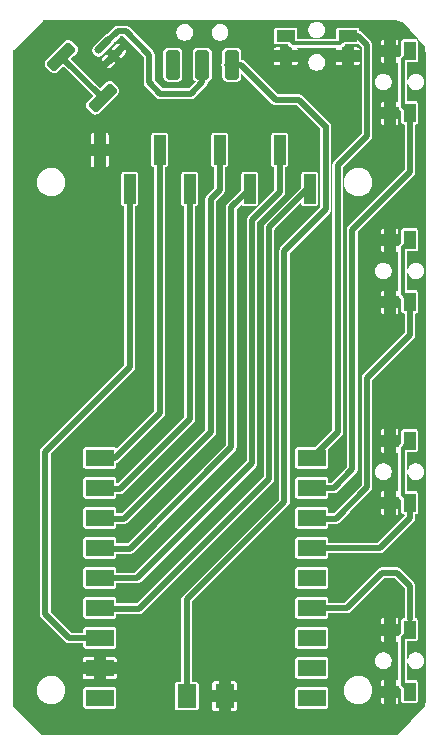
<source format=gbr>
%TF.GenerationSoftware,KiCad,Pcbnew,9.0.0*%
%TF.CreationDate,2025-09-27T11:06:56-07:00*%
%TF.ProjectId,grippy,67726970-7079-42e6-9b69-6361645f7063,rev?*%
%TF.SameCoordinates,Original*%
%TF.FileFunction,Copper,L1,Top*%
%TF.FilePolarity,Positive*%
%FSLAX46Y46*%
G04 Gerber Fmt 4.6, Leading zero omitted, Abs format (unit mm)*
G04 Created by KiCad (PCBNEW 9.0.0) date 2025-09-27 11:06:56*
%MOMM*%
%LPD*%
G01*
G04 APERTURE LIST*
G04 Aperture macros list*
%AMRoundRect*
0 Rectangle with rounded corners*
0 $1 Rounding radius*
0 $2 $3 $4 $5 $6 $7 $8 $9 X,Y pos of 4 corners*
0 Add a 4 corners polygon primitive as box body*
4,1,4,$2,$3,$4,$5,$6,$7,$8,$9,$2,$3,0*
0 Add four circle primitives for the rounded corners*
1,1,$1+$1,$2,$3*
1,1,$1+$1,$4,$5*
1,1,$1+$1,$6,$7*
1,1,$1+$1,$8,$9*
0 Add four rect primitives between the rounded corners*
20,1,$1+$1,$2,$3,$4,$5,0*
20,1,$1+$1,$4,$5,$6,$7,0*
20,1,$1+$1,$6,$7,$8,$9,0*
20,1,$1+$1,$8,$9,$2,$3,0*%
G04 Aperture macros list end*
%TA.AperFunction,SMDPad,CuDef*%
%ADD10R,2.400000X1.400000*%
%TD*%
%TA.AperFunction,SMDPad,CuDef*%
%ADD11R,1.600000X2.000000*%
%TD*%
%TA.AperFunction,SMDPad,CuDef*%
%ADD12RoundRect,0.150000X-0.601041X-0.388909X-0.388909X-0.601041X0.601041X0.388909X0.388909X0.601041X0*%
%TD*%
%TA.AperFunction,SMDPad,CuDef*%
%ADD13RoundRect,0.250000X-0.954594X-0.601041X-0.601041X-0.954594X0.954594X0.601041X0.601041X0.954594X0*%
%TD*%
%TA.AperFunction,SMDPad,CuDef*%
%ADD14R,1.000000X1.550000*%
%TD*%
%TA.AperFunction,SMDPad,CuDef*%
%ADD15RoundRect,0.240000X0.360000X1.010000X-0.360000X1.010000X-0.360000X-1.010000X0.360000X-1.010000X0*%
%TD*%
%TA.AperFunction,SMDPad,CuDef*%
%ADD16R,1.000000X2.510000*%
%TD*%
%TA.AperFunction,SMDPad,CuDef*%
%ADD17R,1.550000X1.000000*%
%TD*%
%TA.AperFunction,Conductor*%
%ADD18C,0.500000*%
%TD*%
%TA.AperFunction,Conductor*%
%ADD19C,0.300000*%
%TD*%
G04 APERTURE END LIST*
D10*
%TO.P,U1,3V3,3V3*%
%TO.N,VCC*%
X195060000Y-107330000D03*
%TO.P,U1,5V,5V*%
%TO.N,unconnected-(U1-Pad5V)*%
X195060000Y-112410000D03*
D11*
%TO.P,U1,B+,B+*%
%TO.N,/RAW*%
X202430000Y-112250000D03*
%TO.P,U1,B-,B-*%
%TO.N,GND*%
X205630000Y-112250000D03*
D10*
%TO.P,U1,GND,GND*%
X195060000Y-109870000D03*
%TO.P,U1,IO1,IO1*%
%TO.N,unconnected-(U1-PadIO1)*%
X213000000Y-107330000D03*
%TO.P,U1,IO2,IO2*%
%TO.N,/pinky*%
X213000000Y-104790000D03*
%TO.P,U1,IO3,IO3*%
%TO.N,unconnected-(U1-PadIO3)*%
X213000000Y-102250000D03*
%TO.P,U1,IO4,IO4*%
%TO.N,/ring*%
X213000000Y-99710000D03*
%TO.P,U1,IO5,IO5*%
%TO.N,/middle*%
X213000000Y-97170000D03*
%TO.P,U1,IO6,IO6*%
%TO.N,/index*%
X213000000Y-94630000D03*
%TO.P,U1,IO7,IO7*%
%TO.N,/thumb*%
X213000000Y-92090000D03*
%TO.P,U1,IO8,IO8*%
%TO.N,/SCL*%
X195060000Y-92090000D03*
%TO.P,U1,IO9,IO9*%
%TO.N,/SDA*%
X195060000Y-94630000D03*
%TO.P,U1,IO10,IO10*%
%TO.N,/RES*%
X195060000Y-97170000D03*
%TO.P,U1,IO11,IO11*%
%TO.N,/DC*%
X195060000Y-99710000D03*
%TO.P,U1,IO12,IO12*%
%TO.N,/CS*%
X195060000Y-102250000D03*
%TO.P,U1,IO13,IO13*%
%TO.N,/BLK*%
X195060000Y-104790000D03*
%TO.P,U1,RX,RX*%
%TO.N,unconnected-(U1-PadRX)*%
X213000000Y-109870000D03*
%TO.P,U1,TX,TX*%
%TO.N,unconnected-(U1-PadTX)*%
X213000000Y-112410000D03*
%TD*%
D12*
%TO.P,BAT1,1,Pin_1*%
%TO.N,/B+*%
X195366117Y-57150000D03*
%TO.P,BAT1,2,Pin_2*%
%TO.N,GND*%
X196250000Y-58033883D03*
D13*
%TO.P,BAT1,3,Pin_3*%
%TO.N,/mp*%
X191795228Y-58104594D03*
%TO.P,BAT1,4,Pin_4*%
X195295406Y-61604772D03*
%TD*%
D14*
%TO.P,SW3,1,A*%
%TO.N,/pinky*%
X221300000Y-106625000D03*
X221300000Y-111875000D03*
%TO.P,SW3,2,B*%
%TO.N,GND*%
X219600000Y-106625000D03*
X219600000Y-111875000D03*
%TD*%
%TO.P,SW0,1,A*%
%TO.N,/index*%
X221300000Y-57625000D03*
X221300000Y-62875000D03*
%TO.P,SW0,2,B*%
%TO.N,GND*%
X219600000Y-57625000D03*
X219600000Y-62875000D03*
%TD*%
D15*
%TO.P,SW5,1,A*%
%TO.N,/RAW*%
X206250000Y-58800000D03*
%TO.P,SW5,2,B*%
%TO.N,/B+*%
X203750000Y-58800000D03*
%TO.P,SW5,3,C*%
%TO.N,unconnected-(SW5A-C-Pad3)*%
X201250000Y-58800000D03*
%TD*%
D16*
%TO.P,J1,1,Pin_1*%
%TO.N,GND*%
X195055000Y-66005000D03*
%TO.P,J1,2,Pin_2*%
%TO.N,VCC*%
X197595000Y-69315000D03*
%TO.P,J1,3,Pin_3*%
%TO.N,/SCL*%
X200135000Y-66005000D03*
%TO.P,J1,4,Pin_4*%
%TO.N,/SDA*%
X202675000Y-69315000D03*
%TO.P,J1,5,Pin_5*%
%TO.N,/RES*%
X205215000Y-66005000D03*
%TO.P,J1,6,Pin_6*%
%TO.N,/DC*%
X207755000Y-69315000D03*
%TO.P,J1,7,Pin_7*%
%TO.N,/CS*%
X210295000Y-66005000D03*
%TO.P,J1,8,Pin_8*%
%TO.N,/BLK*%
X212835000Y-69315000D03*
%TD*%
D14*
%TO.P,SW2,1,A*%
%TO.N,/ring*%
X221300000Y-90625000D03*
X221300000Y-95875000D03*
%TO.P,SW2,2,B*%
%TO.N,GND*%
X219600000Y-90625000D03*
X219600000Y-95875000D03*
%TD*%
%TO.P,SW1,1,A*%
%TO.N,/middle*%
X221300000Y-73625000D03*
X221300000Y-78875000D03*
%TO.P,SW1,2,B*%
%TO.N,GND*%
X219600000Y-73625000D03*
X219600000Y-78875000D03*
%TD*%
D17*
%TO.P,SW4,1,A*%
%TO.N,/thumb*%
X210800000Y-56375000D03*
X216050000Y-56375000D03*
%TO.P,SW4,2,B*%
%TO.N,GND*%
X210800000Y-58075000D03*
X216050000Y-58075000D03*
%TD*%
D18*
%TO.N,/B+*%
X199250000Y-57950000D02*
X199250000Y-60300000D01*
X200200000Y-61250000D02*
X202800000Y-61250000D01*
X203750000Y-60300000D02*
X203750000Y-58800000D01*
X195366117Y-57150000D02*
X196566117Y-55950000D01*
X202800000Y-61250000D02*
X203750000Y-60300000D01*
X199250000Y-60300000D02*
X200200000Y-61250000D01*
X196566117Y-55950000D02*
X197250000Y-55950000D01*
X197250000Y-55950000D02*
X199250000Y-57950000D01*
%TO.N,/SCL*%
X200135000Y-88265000D02*
X196310000Y-92090000D01*
X200135000Y-66005000D02*
X200135000Y-88265000D01*
X196310000Y-92090000D02*
X194780000Y-92090000D01*
%TO.N,VCC*%
X192480000Y-107330000D02*
X195060000Y-107330000D01*
X190450000Y-91550000D02*
X190450000Y-105300000D01*
X197595000Y-69315000D02*
X197595000Y-84405000D01*
X190450000Y-105300000D02*
X192480000Y-107330000D01*
X197595000Y-84405000D02*
X190450000Y-91550000D01*
%TO.N,/SDA*%
X196750000Y-94700000D02*
X194850000Y-94700000D01*
X202675000Y-69315000D02*
X202675000Y-88775000D01*
X202675000Y-88775000D02*
X196750000Y-94700000D01*
X194850000Y-94700000D02*
X194780000Y-94630000D01*
D19*
%TO.N,/index*%
X220700000Y-62337500D02*
X221325000Y-62962500D01*
D18*
X216450000Y-72750000D02*
X221325000Y-67875000D01*
D19*
X220700000Y-58337500D02*
X220700000Y-62337500D01*
X221325000Y-57712500D02*
X220700000Y-58337500D01*
D18*
X221325000Y-67875000D02*
X221325000Y-62875000D01*
X213000000Y-94630000D02*
X214870000Y-94630000D01*
X214870000Y-94630000D02*
X216450000Y-93050000D01*
X216450000Y-93050000D02*
X216450000Y-72750000D01*
D19*
%TO.N,/middle*%
X221325000Y-73612500D02*
X220700000Y-74237500D01*
D18*
X221325000Y-78875000D02*
X221325000Y-81675000D01*
X215030000Y-97220000D02*
X212770000Y-97220000D01*
X217700000Y-94550000D02*
X215030000Y-97220000D01*
X217700000Y-85300000D02*
X217700000Y-94550000D01*
X212770000Y-97220000D02*
X212720000Y-97170000D01*
X221325000Y-81675000D02*
X217700000Y-85300000D01*
D19*
X220700000Y-74237500D02*
X220700000Y-78237500D01*
X220700000Y-78237500D02*
X221325000Y-78862500D01*
%TO.N,/ring*%
X220700000Y-95237500D02*
X221325000Y-95862500D01*
D18*
X218790000Y-99710000D02*
X213000000Y-99710000D01*
X221325000Y-97175000D02*
X218790000Y-99710000D01*
D19*
X220700000Y-91237500D02*
X220700000Y-95237500D01*
D18*
X221325000Y-95925000D02*
X221325000Y-97175000D01*
D19*
X221325000Y-90612500D02*
X220700000Y-91237500D01*
%TO.N,/pinky*%
X220700000Y-111275000D02*
X220700000Y-107275000D01*
D18*
X221325000Y-102925000D02*
X221325000Y-105725000D01*
X218950000Y-101800000D02*
X220200000Y-101800000D01*
D19*
X220700000Y-107275000D02*
X221325000Y-106650000D01*
D18*
X220200000Y-101800000D02*
X221325000Y-102925000D01*
X215960000Y-104790000D02*
X218950000Y-101800000D01*
X213000000Y-104790000D02*
X215960000Y-104790000D01*
D19*
X221325000Y-111900000D02*
X220700000Y-111275000D01*
D18*
%TO.N,/thumb*%
X215200000Y-67300000D02*
X215200000Y-89890000D01*
D19*
X215425000Y-57000000D02*
X211425000Y-57000000D01*
D18*
X216425000Y-56375000D02*
X216925000Y-56375000D01*
X216925000Y-56375000D02*
X217700000Y-57150000D01*
X215200000Y-89890000D02*
X213000000Y-92090000D01*
X217700000Y-57150000D02*
X217700000Y-64800000D01*
D19*
X216050000Y-56375000D02*
X215425000Y-57000000D01*
X211425000Y-57000000D02*
X210800000Y-56375000D01*
D18*
X217700000Y-64800000D02*
X215200000Y-67300000D01*
%TO.N,/RAW*%
X211900000Y-61750000D02*
X209950000Y-61750000D01*
X214200000Y-64050000D02*
X214200000Y-64000000D01*
X210700000Y-95800000D02*
X210700000Y-74550000D01*
X207000000Y-58800000D02*
X205800000Y-58800000D01*
X209950000Y-61750000D02*
X207000000Y-58800000D01*
X214200000Y-64050000D02*
X211900000Y-61750000D01*
X210700000Y-74550000D02*
X214200000Y-71050000D01*
X202430000Y-104070000D02*
X210700000Y-95800000D01*
X202430000Y-112250000D02*
X202430000Y-104070000D01*
X214200000Y-71050000D02*
X214200000Y-64050000D01*
%TO.N,/mp*%
X191795228Y-58104594D02*
X195295406Y-61604772D01*
%TO.N,/BLK*%
X194840000Y-104850000D02*
X194780000Y-104790000D01*
X212835000Y-69315000D02*
X212635000Y-69315000D01*
X198400000Y-104850000D02*
X194840000Y-104850000D01*
X212635000Y-69315000D02*
X209400000Y-72550000D01*
X209400000Y-72550000D02*
X209400000Y-93850000D01*
X209400000Y-93850000D02*
X198400000Y-104850000D01*
%TO.N,/RES*%
X194830000Y-97220000D02*
X194780000Y-97170000D01*
X197130000Y-97220000D02*
X194830000Y-97220000D01*
X205200000Y-66020000D02*
X205200000Y-69400000D01*
X205215000Y-66005000D02*
X205200000Y-66020000D01*
X205200000Y-69400000D02*
X204450000Y-70150000D01*
X204450000Y-70150000D02*
X204450000Y-89900000D01*
X204450000Y-89900000D02*
X197130000Y-97220000D01*
%TO.N,/CS*%
X210295000Y-66005000D02*
X210295000Y-69605000D01*
X207950000Y-92550000D02*
X198250000Y-102250000D01*
X198250000Y-102250000D02*
X195060000Y-102250000D01*
X207950000Y-71950000D02*
X207950000Y-92550000D01*
X210295000Y-69605000D02*
X207950000Y-71950000D01*
%TO.N,/DC*%
X194830000Y-99760000D02*
X197590000Y-99760000D01*
X194780000Y-99710000D02*
X194830000Y-99760000D01*
X206200000Y-70870000D02*
X207755000Y-69315000D01*
X197590000Y-99760000D02*
X206200000Y-91150000D01*
X206200000Y-91150000D02*
X206200000Y-70870000D01*
%TD*%
%TA.AperFunction,Conductor*%
%TO.N,GND*%
G36*
X220144738Y-55050689D02*
G01*
X220398593Y-55093715D01*
X220403911Y-55094925D01*
X220687489Y-55176420D01*
X220696056Y-55178882D01*
X220719125Y-55193399D01*
X221986708Y-56617649D01*
X221986708Y-56617650D01*
X222052831Y-56691945D01*
X222052833Y-56691947D01*
X222391078Y-57071997D01*
X222576617Y-57280468D01*
X222577286Y-57281219D01*
X222588964Y-57305431D01*
X222637264Y-57584206D01*
X222637896Y-57589652D01*
X222656953Y-57908940D01*
X222657040Y-57911678D01*
X222657059Y-57916812D01*
X222657015Y-58544552D01*
X222653182Y-112647067D01*
X222653180Y-112647093D01*
X222653180Y-112677305D01*
X222653103Y-112680052D01*
X222635105Y-113000571D01*
X222634490Y-113006032D01*
X222624187Y-113066669D01*
X222611213Y-113092409D01*
X220283261Y-115515379D01*
X220256135Y-115529739D01*
X220140964Y-115549308D01*
X220132756Y-115550000D01*
X190192250Y-115550000D01*
X190184042Y-115549308D01*
X190157594Y-115544814D01*
X190131154Y-115531154D01*
X187764352Y-113164352D01*
X187750000Y-113129704D01*
X187750000Y-111655513D01*
X189749500Y-111655513D01*
X189749500Y-111844480D01*
X189779059Y-112031115D01*
X189779060Y-112031118D01*
X189837453Y-112210833D01*
X189923236Y-112379193D01*
X189923239Y-112379197D01*
X189923240Y-112379199D01*
X190034310Y-112532073D01*
X190034312Y-112532075D01*
X190034315Y-112532079D01*
X190167920Y-112665684D01*
X190167923Y-112665686D01*
X190167927Y-112665690D01*
X190320801Y-112776760D01*
X190320803Y-112776761D01*
X190320806Y-112776763D01*
X190442691Y-112838866D01*
X190489168Y-112862547D01*
X190668882Y-112920940D01*
X190855519Y-112950500D01*
X190855520Y-112950500D01*
X191044480Y-112950500D01*
X191044481Y-112950500D01*
X191231118Y-112920940D01*
X191410832Y-112862547D01*
X191579199Y-112776760D01*
X191732073Y-112665690D01*
X191865690Y-112532073D01*
X191976760Y-112379199D01*
X192062547Y-112210832D01*
X192120940Y-112031118D01*
X192150500Y-111844481D01*
X192150500Y-111690252D01*
X193659500Y-111690252D01*
X193659500Y-113129748D01*
X193671133Y-113188231D01*
X193688882Y-113214795D01*
X193715447Y-113254552D01*
X193738184Y-113269744D01*
X193781769Y-113298867D01*
X193840252Y-113310500D01*
X193840255Y-113310500D01*
X196279745Y-113310500D01*
X196279748Y-113310500D01*
X196338231Y-113298867D01*
X196404552Y-113254552D01*
X196448867Y-113188231D01*
X196460500Y-113129748D01*
X196460500Y-111690252D01*
X196448867Y-111631769D01*
X196422301Y-111592012D01*
X196404552Y-111565447D01*
X196364795Y-111538882D01*
X196338231Y-111521133D01*
X196279748Y-111509500D01*
X193840252Y-111509500D01*
X193781769Y-111521133D01*
X193715447Y-111565447D01*
X193671134Y-111631768D01*
X193671133Y-111631769D01*
X193659500Y-111690252D01*
X192150500Y-111690252D01*
X192150500Y-111655519D01*
X192120940Y-111468882D01*
X192062547Y-111289168D01*
X192042636Y-111250090D01*
X192032528Y-111230252D01*
X201429500Y-111230252D01*
X201429500Y-113269748D01*
X201441133Y-113328231D01*
X201458882Y-113354795D01*
X201485447Y-113394552D01*
X201512012Y-113412301D01*
X201551769Y-113438867D01*
X201610252Y-113450500D01*
X201610255Y-113450500D01*
X203249745Y-113450500D01*
X203249748Y-113450500D01*
X203308231Y-113438867D01*
X203374552Y-113394552D01*
X203418867Y-113328231D01*
X203429529Y-113274629D01*
X204580000Y-113274629D01*
X204594503Y-113347542D01*
X204649759Y-113430240D01*
X204732457Y-113485496D01*
X204805370Y-113499999D01*
X204805376Y-113500000D01*
X205130000Y-113500000D01*
X206130000Y-113500000D01*
X206454624Y-113500000D01*
X206454629Y-113499999D01*
X206527542Y-113485496D01*
X206610240Y-113430240D01*
X206665496Y-113347542D01*
X206679999Y-113274629D01*
X206680000Y-113274624D01*
X206680000Y-112750000D01*
X206130000Y-112750000D01*
X206130000Y-113500000D01*
X205130000Y-113500000D01*
X205130000Y-112750000D01*
X204580000Y-112750000D01*
X204580000Y-113274629D01*
X203429529Y-113274629D01*
X203430500Y-113269748D01*
X203430500Y-111230252D01*
X203429529Y-111225370D01*
X204580000Y-111225370D01*
X204580000Y-111750000D01*
X205130000Y-111750000D01*
X206130000Y-111750000D01*
X206680000Y-111750000D01*
X206680000Y-111690252D01*
X211599500Y-111690252D01*
X211599500Y-113129748D01*
X211611133Y-113188231D01*
X211628882Y-113214795D01*
X211655447Y-113254552D01*
X211678184Y-113269744D01*
X211721769Y-113298867D01*
X211780252Y-113310500D01*
X211780255Y-113310500D01*
X214219745Y-113310500D01*
X214219748Y-113310500D01*
X214278231Y-113298867D01*
X214344552Y-113254552D01*
X214388867Y-113188231D01*
X214400500Y-113129748D01*
X214400500Y-111690252D01*
X214393590Y-111655513D01*
X215749500Y-111655513D01*
X215749500Y-111844480D01*
X215779059Y-112031115D01*
X215779060Y-112031118D01*
X215837453Y-112210833D01*
X215923236Y-112379193D01*
X215923239Y-112379197D01*
X215923240Y-112379199D01*
X216034310Y-112532073D01*
X216034312Y-112532075D01*
X216034315Y-112532079D01*
X216167920Y-112665684D01*
X216167923Y-112665686D01*
X216167927Y-112665690D01*
X216320801Y-112776760D01*
X216320803Y-112776761D01*
X216320806Y-112776763D01*
X216442691Y-112838866D01*
X216489168Y-112862547D01*
X216668882Y-112920940D01*
X216855519Y-112950500D01*
X216855520Y-112950500D01*
X217044480Y-112950500D01*
X217044481Y-112950500D01*
X217231118Y-112920940D01*
X217410832Y-112862547D01*
X217579199Y-112776760D01*
X217719770Y-112674629D01*
X218850000Y-112674629D01*
X218864503Y-112747542D01*
X218919759Y-112830240D01*
X219002457Y-112885496D01*
X219075370Y-112899999D01*
X219075376Y-112900000D01*
X219100000Y-112900000D01*
X220100000Y-112900000D01*
X220124624Y-112900000D01*
X220124629Y-112899999D01*
X220197542Y-112885496D01*
X220280240Y-112830240D01*
X220335496Y-112747542D01*
X220349999Y-112674629D01*
X220350000Y-112674624D01*
X220350000Y-112375000D01*
X220100000Y-112375000D01*
X220100000Y-112900000D01*
X219100000Y-112900000D01*
X219100000Y-112375000D01*
X218850000Y-112375000D01*
X218850000Y-112674629D01*
X217719770Y-112674629D01*
X217732073Y-112665690D01*
X217865690Y-112532073D01*
X217976760Y-112379199D01*
X218062547Y-112210832D01*
X218120940Y-112031118D01*
X218150500Y-111844481D01*
X218150500Y-111655519D01*
X218120940Y-111468882D01*
X218062547Y-111289168D01*
X217976760Y-111120801D01*
X217943752Y-111075370D01*
X218850000Y-111075370D01*
X218850000Y-111375000D01*
X219100000Y-111375000D01*
X219100000Y-110850000D01*
X219075370Y-110850000D01*
X219002457Y-110864503D01*
X218919759Y-110919759D01*
X218864503Y-111002457D01*
X218850000Y-111075370D01*
X217943752Y-111075370D01*
X217865690Y-110967927D01*
X217865686Y-110967923D01*
X217865684Y-110967920D01*
X217732079Y-110834315D01*
X217732080Y-110834315D01*
X217628235Y-110758867D01*
X217579199Y-110723240D01*
X217579197Y-110723239D01*
X217579193Y-110723236D01*
X217410833Y-110637453D01*
X217231118Y-110579060D01*
X217231115Y-110579059D01*
X217087744Y-110556352D01*
X217044481Y-110549500D01*
X216855519Y-110549500D01*
X216820397Y-110555062D01*
X216668884Y-110579059D01*
X216668881Y-110579060D01*
X216489166Y-110637453D01*
X216320806Y-110723236D01*
X216167920Y-110834315D01*
X216034315Y-110967920D01*
X215923236Y-111120806D01*
X215837453Y-111289166D01*
X215779060Y-111468881D01*
X215779059Y-111468884D01*
X215759240Y-111594018D01*
X215750052Y-111652032D01*
X215750052Y-111652034D01*
X215750051Y-111652033D01*
X215749500Y-111655513D01*
X214393590Y-111655513D01*
X214388867Y-111631769D01*
X214374162Y-111609762D01*
X214344552Y-111565447D01*
X214304795Y-111538882D01*
X214278231Y-111521133D01*
X214219748Y-111509500D01*
X211780252Y-111509500D01*
X211721769Y-111521133D01*
X211655447Y-111565447D01*
X211611134Y-111631768D01*
X211611133Y-111631769D01*
X211599500Y-111690252D01*
X206680000Y-111690252D01*
X206680000Y-111225376D01*
X206679999Y-111225370D01*
X206665496Y-111152457D01*
X206610240Y-111069759D01*
X206527542Y-111014503D01*
X206454629Y-111000000D01*
X206130000Y-111000000D01*
X206130000Y-111750000D01*
X205130000Y-111750000D01*
X205130000Y-111000000D01*
X204805370Y-111000000D01*
X204732457Y-111014503D01*
X204649759Y-111069759D01*
X204594503Y-111152457D01*
X204580000Y-111225370D01*
X203429529Y-111225370D01*
X203418867Y-111171769D01*
X203381552Y-111115924D01*
X203374552Y-111105447D01*
X203329538Y-111075370D01*
X203308231Y-111061133D01*
X203249748Y-111049500D01*
X203249745Y-111049500D01*
X202929500Y-111049500D01*
X202894852Y-111035148D01*
X202880500Y-111000500D01*
X202880500Y-109150252D01*
X211599500Y-109150252D01*
X211599500Y-110589748D01*
X211611133Y-110648231D01*
X211628882Y-110674795D01*
X211655447Y-110714552D01*
X211668444Y-110723236D01*
X211721769Y-110758867D01*
X211780252Y-110770500D01*
X211780255Y-110770500D01*
X214219745Y-110770500D01*
X214219748Y-110770500D01*
X214278231Y-110758867D01*
X214344552Y-110714552D01*
X214388867Y-110648231D01*
X214400500Y-110589748D01*
X214400500Y-109181001D01*
X218374500Y-109181001D01*
X218374500Y-109318998D01*
X218401417Y-109454318D01*
X218401420Y-109454328D01*
X218454225Y-109581811D01*
X218485137Y-109628074D01*
X218530883Y-109696539D01*
X218628460Y-109794116D01*
X218674102Y-109824613D01*
X218743189Y-109870775D01*
X218870672Y-109923580D01*
X218870678Y-109923581D01*
X218870681Y-109923582D01*
X219006001Y-109950499D01*
X219006007Y-109950500D01*
X219143993Y-109950500D01*
X219279328Y-109923580D01*
X219406811Y-109870775D01*
X219521542Y-109794114D01*
X219619114Y-109696542D01*
X219695775Y-109581811D01*
X219748580Y-109454328D01*
X219775500Y-109318993D01*
X219775500Y-109181007D01*
X219769383Y-109150255D01*
X219748582Y-109045681D01*
X219748579Y-109045670D01*
X219740203Y-109025448D01*
X219695775Y-108918189D01*
X219649613Y-108849102D01*
X219619116Y-108803460D01*
X219521539Y-108705883D01*
X219453074Y-108660137D01*
X219406811Y-108629225D01*
X219406808Y-108629223D01*
X219406807Y-108629223D01*
X219279329Y-108576420D01*
X219279318Y-108576417D01*
X219143998Y-108549500D01*
X219143993Y-108549500D01*
X219006007Y-108549500D01*
X219006001Y-108549500D01*
X218870681Y-108576417D01*
X218870670Y-108576420D01*
X218743192Y-108629223D01*
X218628460Y-108705883D01*
X218530883Y-108803460D01*
X218454223Y-108918192D01*
X218401420Y-109045670D01*
X218401417Y-109045681D01*
X218374500Y-109181001D01*
X214400500Y-109181001D01*
X214400500Y-109150252D01*
X214388867Y-109091769D01*
X214362301Y-109052012D01*
X214344552Y-109025447D01*
X214304795Y-108998882D01*
X214278231Y-108981133D01*
X214219748Y-108969500D01*
X211780252Y-108969500D01*
X211721769Y-108981133D01*
X211655447Y-109025447D01*
X211624037Y-109072457D01*
X211611133Y-109091769D01*
X211599500Y-109150252D01*
X202880500Y-109150252D01*
X202880500Y-106610252D01*
X211599500Y-106610252D01*
X211599500Y-108049748D01*
X211611133Y-108108231D01*
X211628882Y-108134795D01*
X211655447Y-108174552D01*
X211682012Y-108192301D01*
X211721769Y-108218867D01*
X211780252Y-108230500D01*
X211780255Y-108230500D01*
X214219745Y-108230500D01*
X214219748Y-108230500D01*
X214278231Y-108218867D01*
X214344552Y-108174552D01*
X214388867Y-108108231D01*
X214400500Y-108049748D01*
X214400500Y-107424629D01*
X218850000Y-107424629D01*
X218864503Y-107497542D01*
X218919759Y-107580240D01*
X219002457Y-107635496D01*
X219075370Y-107649999D01*
X219075376Y-107650000D01*
X219100000Y-107650000D01*
X219100000Y-107125000D01*
X218850000Y-107125000D01*
X218850000Y-107424629D01*
X214400500Y-107424629D01*
X214400500Y-106610252D01*
X214388867Y-106551769D01*
X214362301Y-106512012D01*
X214344552Y-106485447D01*
X214304795Y-106458882D01*
X214278231Y-106441133D01*
X214219748Y-106429500D01*
X211780252Y-106429500D01*
X211721769Y-106441133D01*
X211655447Y-106485447D01*
X211611133Y-106551769D01*
X211599500Y-106610252D01*
X202880500Y-106610252D01*
X202880500Y-105825370D01*
X218850000Y-105825370D01*
X218850000Y-106125000D01*
X219100000Y-106125000D01*
X220100000Y-106125000D01*
X220350000Y-106125000D01*
X220350000Y-105825376D01*
X220349999Y-105825370D01*
X220335496Y-105752457D01*
X220280240Y-105669759D01*
X220197542Y-105614503D01*
X220124629Y-105600000D01*
X220100000Y-105600000D01*
X220100000Y-106125000D01*
X219100000Y-106125000D01*
X219100000Y-105600000D01*
X219075370Y-105600000D01*
X219002457Y-105614503D01*
X218919759Y-105669759D01*
X218864503Y-105752457D01*
X218850000Y-105825370D01*
X202880500Y-105825370D01*
X202880500Y-104276899D01*
X202894852Y-104242251D01*
X203066851Y-104070252D01*
X211599500Y-104070252D01*
X211599500Y-105509748D01*
X211611133Y-105568231D01*
X211628882Y-105594795D01*
X211655447Y-105634552D01*
X211676075Y-105648335D01*
X211721769Y-105678867D01*
X211780252Y-105690500D01*
X211780255Y-105690500D01*
X214219745Y-105690500D01*
X214219748Y-105690500D01*
X214278231Y-105678867D01*
X214344552Y-105634552D01*
X214388867Y-105568231D01*
X214400500Y-105509748D01*
X214400500Y-105289500D01*
X214414852Y-105254852D01*
X214449500Y-105240500D01*
X216019311Y-105240500D01*
X216049430Y-105232428D01*
X216109673Y-105216286D01*
X216133887Y-105209799D01*
X216236614Y-105150489D01*
X219122251Y-102264852D01*
X219156899Y-102250500D01*
X219993101Y-102250500D01*
X220027749Y-102264852D01*
X220860148Y-103097251D01*
X220874500Y-103131899D01*
X220874500Y-105600500D01*
X220860148Y-105635148D01*
X220825500Y-105649500D01*
X220780252Y-105649500D01*
X220721769Y-105661133D01*
X220655447Y-105705447D01*
X220624037Y-105752457D01*
X220611133Y-105771769D01*
X220599500Y-105830252D01*
X220599500Y-105830255D01*
X220599500Y-106859522D01*
X220585148Y-106894170D01*
X220419531Y-107059787D01*
X220419530Y-107059787D01*
X220396025Y-107100500D01*
X220366272Y-107123330D01*
X220353590Y-107125000D01*
X220100000Y-107125000D01*
X220100000Y-107650000D01*
X220124624Y-107650000D01*
X220124629Y-107649999D01*
X220197542Y-107635496D01*
X220273277Y-107584892D01*
X220310059Y-107577576D01*
X220341242Y-107598411D01*
X220349500Y-107625634D01*
X220349500Y-110874365D01*
X220335148Y-110909013D01*
X220300500Y-110923365D01*
X220273277Y-110915107D01*
X220197542Y-110864503D01*
X220124629Y-110850000D01*
X220100000Y-110850000D01*
X220100000Y-111375000D01*
X220326332Y-111375000D01*
X220360980Y-111389352D01*
X220371509Y-111407591D01*
X220372158Y-111407323D01*
X220373386Y-111410290D01*
X220419530Y-111490212D01*
X220585148Y-111655830D01*
X220599500Y-111690478D01*
X220599500Y-112669748D01*
X220611133Y-112728231D01*
X220625679Y-112750000D01*
X220655447Y-112794552D01*
X220682012Y-112812301D01*
X220721769Y-112838867D01*
X220780252Y-112850500D01*
X220780255Y-112850500D01*
X221819745Y-112850500D01*
X221819748Y-112850500D01*
X221878231Y-112838867D01*
X221944552Y-112794552D01*
X221988867Y-112728231D01*
X222000500Y-112669748D01*
X222000500Y-111080252D01*
X221988867Y-111021769D01*
X221959204Y-110977376D01*
X221944552Y-110955447D01*
X221896537Y-110923365D01*
X221878231Y-110911133D01*
X221819748Y-110899500D01*
X221819745Y-110899500D01*
X221099500Y-110899500D01*
X221064852Y-110885148D01*
X221050500Y-110850500D01*
X221050500Y-109444474D01*
X221064852Y-109409826D01*
X221099500Y-109395474D01*
X221134148Y-109409826D01*
X221147558Y-109434913D01*
X221151420Y-109454328D01*
X221204225Y-109581811D01*
X221235137Y-109628074D01*
X221280883Y-109696539D01*
X221378460Y-109794116D01*
X221424102Y-109824613D01*
X221493189Y-109870775D01*
X221620672Y-109923580D01*
X221620678Y-109923581D01*
X221620681Y-109923582D01*
X221756001Y-109950499D01*
X221756007Y-109950500D01*
X221893993Y-109950500D01*
X222029328Y-109923580D01*
X222156811Y-109870775D01*
X222271542Y-109794114D01*
X222369114Y-109696542D01*
X222445775Y-109581811D01*
X222498580Y-109454328D01*
X222525500Y-109318993D01*
X222525500Y-109181007D01*
X222519383Y-109150255D01*
X222498582Y-109045681D01*
X222498579Y-109045670D01*
X222490203Y-109025448D01*
X222445775Y-108918189D01*
X222399613Y-108849102D01*
X222369116Y-108803460D01*
X222271539Y-108705883D01*
X222203074Y-108660137D01*
X222156811Y-108629225D01*
X222156808Y-108629223D01*
X222156807Y-108629223D01*
X222029329Y-108576420D01*
X222029318Y-108576417D01*
X221893998Y-108549500D01*
X221893993Y-108549500D01*
X221756007Y-108549500D01*
X221756001Y-108549500D01*
X221620681Y-108576417D01*
X221620670Y-108576420D01*
X221493192Y-108629223D01*
X221378460Y-108705883D01*
X221280883Y-108803460D01*
X221204223Y-108918192D01*
X221151420Y-109045670D01*
X221151418Y-109045679D01*
X221147558Y-109065085D01*
X221126723Y-109096267D01*
X221089940Y-109103583D01*
X221058758Y-109082748D01*
X221050500Y-109055525D01*
X221050500Y-107649500D01*
X221064852Y-107614852D01*
X221099500Y-107600500D01*
X221819745Y-107600500D01*
X221819748Y-107600500D01*
X221878231Y-107588867D01*
X221944552Y-107544552D01*
X221988867Y-107478231D01*
X222000500Y-107419748D01*
X222000500Y-105830252D01*
X221988867Y-105771769D01*
X221962301Y-105732012D01*
X221944552Y-105705447D01*
X221904770Y-105678866D01*
X221878231Y-105661133D01*
X221849381Y-105655394D01*
X221819744Y-105649499D01*
X221819695Y-105649495D01*
X221819680Y-105649487D01*
X221817387Y-105649031D01*
X221817525Y-105648335D01*
X221786621Y-105631815D01*
X221775500Y-105600731D01*
X221775500Y-102865688D01*
X221746469Y-102757346D01*
X221746468Y-102757342D01*
X221746468Y-102757343D01*
X221744799Y-102751114D01*
X221744799Y-102751113D01*
X221685489Y-102648386D01*
X220476614Y-101439511D01*
X220417616Y-101405448D01*
X220373888Y-101380201D01*
X220373886Y-101380200D01*
X220349673Y-101373713D01*
X220302724Y-101361133D01*
X220259311Y-101349500D01*
X220259309Y-101349500D01*
X218890691Y-101349500D01*
X218890688Y-101349500D01*
X218776115Y-101380200D01*
X218776111Y-101380201D01*
X218673393Y-101439505D01*
X218673384Y-101439512D01*
X215787749Y-104325148D01*
X215753101Y-104339500D01*
X214449500Y-104339500D01*
X214414852Y-104325148D01*
X214400500Y-104290500D01*
X214400500Y-104070255D01*
X214400500Y-104070252D01*
X214388867Y-104011769D01*
X214362301Y-103972012D01*
X214344552Y-103945447D01*
X214304795Y-103918882D01*
X214278231Y-103901133D01*
X214219748Y-103889500D01*
X211780252Y-103889500D01*
X211721769Y-103901133D01*
X211655447Y-103945447D01*
X211611855Y-104010688D01*
X211611133Y-104011769D01*
X211599500Y-104070252D01*
X203066851Y-104070252D01*
X205606851Y-101530252D01*
X211599500Y-101530252D01*
X211599500Y-102969748D01*
X211611133Y-103028231D01*
X211628882Y-103054795D01*
X211655447Y-103094552D01*
X211680966Y-103111603D01*
X211721769Y-103138867D01*
X211780252Y-103150500D01*
X211780255Y-103150500D01*
X214219745Y-103150500D01*
X214219748Y-103150500D01*
X214278231Y-103138867D01*
X214344552Y-103094552D01*
X214388867Y-103028231D01*
X214400500Y-102969748D01*
X214400500Y-101530252D01*
X214388867Y-101471769D01*
X214362301Y-101432012D01*
X214344552Y-101405447D01*
X214297058Y-101373713D01*
X214278231Y-101361133D01*
X214219748Y-101349500D01*
X211780252Y-101349500D01*
X211721769Y-101361133D01*
X211655447Y-101405447D01*
X211611133Y-101471769D01*
X211599500Y-101530252D01*
X205606851Y-101530252D01*
X208146851Y-98990252D01*
X211599500Y-98990252D01*
X211599500Y-100429748D01*
X211611133Y-100488231D01*
X211628882Y-100514795D01*
X211655447Y-100554552D01*
X211682012Y-100572301D01*
X211721769Y-100598867D01*
X211780252Y-100610500D01*
X211780255Y-100610500D01*
X214219745Y-100610500D01*
X214219748Y-100610500D01*
X214278231Y-100598867D01*
X214344552Y-100554552D01*
X214388867Y-100488231D01*
X214400500Y-100429748D01*
X214400500Y-100209500D01*
X214414852Y-100174852D01*
X214449500Y-100160500D01*
X218849311Y-100160500D01*
X218879430Y-100152428D01*
X218939673Y-100136286D01*
X218963887Y-100129799D01*
X219066614Y-100070489D01*
X221685489Y-97451614D01*
X221744798Y-97348887D01*
X221744799Y-97348886D01*
X221775499Y-97234312D01*
X221775500Y-97234312D01*
X221775500Y-96899268D01*
X221789852Y-96864620D01*
X221817502Y-96851548D01*
X221817387Y-96850969D01*
X221819700Y-96850508D01*
X221819715Y-96850502D01*
X221819735Y-96850500D01*
X221819748Y-96850500D01*
X221878231Y-96838867D01*
X221944552Y-96794552D01*
X221988867Y-96728231D01*
X222000500Y-96669748D01*
X222000500Y-95080252D01*
X221988867Y-95021769D01*
X221962301Y-94982012D01*
X221944552Y-94955447D01*
X221896537Y-94923365D01*
X221878231Y-94911133D01*
X221819748Y-94899500D01*
X221819745Y-94899500D01*
X221099500Y-94899500D01*
X221064852Y-94885148D01*
X221050500Y-94850500D01*
X221050500Y-93444474D01*
X221064852Y-93409826D01*
X221099500Y-93395474D01*
X221134148Y-93409826D01*
X221147558Y-93434913D01*
X221151420Y-93454328D01*
X221204225Y-93581811D01*
X221235137Y-93628074D01*
X221280883Y-93696539D01*
X221378460Y-93794116D01*
X221424102Y-93824613D01*
X221493189Y-93870775D01*
X221620672Y-93923580D01*
X221620678Y-93923581D01*
X221620681Y-93923582D01*
X221756001Y-93950499D01*
X221756007Y-93950500D01*
X221893993Y-93950500D01*
X222029328Y-93923580D01*
X222156811Y-93870775D01*
X222271542Y-93794114D01*
X222369114Y-93696542D01*
X222445775Y-93581811D01*
X222498580Y-93454328D01*
X222525500Y-93318993D01*
X222525500Y-93181007D01*
X222511238Y-93109309D01*
X222498582Y-93045681D01*
X222498579Y-93045670D01*
X222475727Y-92990500D01*
X222445775Y-92918189D01*
X222373317Y-92809748D01*
X222369116Y-92803460D01*
X222271539Y-92705883D01*
X222203074Y-92660137D01*
X222156811Y-92629225D01*
X222156808Y-92629223D01*
X222156807Y-92629223D01*
X222029329Y-92576420D01*
X222029318Y-92576417D01*
X221893998Y-92549500D01*
X221893993Y-92549500D01*
X221756007Y-92549500D01*
X221756001Y-92549500D01*
X221620681Y-92576417D01*
X221620670Y-92576420D01*
X221493192Y-92629223D01*
X221378460Y-92705883D01*
X221280883Y-92803460D01*
X221204223Y-92918192D01*
X221151420Y-93045670D01*
X221151418Y-93045679D01*
X221147558Y-93065085D01*
X221126723Y-93096267D01*
X221089940Y-93103583D01*
X221058758Y-93082748D01*
X221050500Y-93055525D01*
X221050500Y-91649500D01*
X221064852Y-91614852D01*
X221099500Y-91600500D01*
X221819745Y-91600500D01*
X221819748Y-91600500D01*
X221878231Y-91588867D01*
X221944552Y-91544552D01*
X221988867Y-91478231D01*
X222000500Y-91419748D01*
X222000500Y-89830252D01*
X221988867Y-89771769D01*
X221952771Y-89717748D01*
X221944552Y-89705447D01*
X221904795Y-89678882D01*
X221878231Y-89661133D01*
X221819748Y-89649500D01*
X220780252Y-89649500D01*
X220721769Y-89661133D01*
X220655447Y-89705447D01*
X220624037Y-89752457D01*
X220611133Y-89771769D01*
X220599500Y-89830252D01*
X220599500Y-89830255D01*
X220599500Y-90822022D01*
X220585148Y-90856670D01*
X220419532Y-91022285D01*
X220419525Y-91022294D01*
X220380038Y-91090689D01*
X220380038Y-91090691D01*
X220374374Y-91100501D01*
X220344620Y-91123331D01*
X220331939Y-91125000D01*
X220100000Y-91125000D01*
X220100000Y-91650000D01*
X220124624Y-91650000D01*
X220124629Y-91649999D01*
X220197542Y-91635496D01*
X220273277Y-91584892D01*
X220310059Y-91577576D01*
X220341242Y-91598411D01*
X220349500Y-91625634D01*
X220349500Y-94874365D01*
X220335148Y-94909013D01*
X220300500Y-94923365D01*
X220273277Y-94915107D01*
X220197542Y-94864503D01*
X220124629Y-94850000D01*
X220100000Y-94850000D01*
X220100000Y-95375000D01*
X220346373Y-95375000D01*
X220381021Y-95389352D01*
X220388808Y-95399500D01*
X220419530Y-95452712D01*
X220585148Y-95618330D01*
X220599500Y-95652978D01*
X220599500Y-96669748D01*
X220611133Y-96728231D01*
X220628882Y-96754795D01*
X220655447Y-96794552D01*
X220682012Y-96812301D01*
X220721769Y-96838867D01*
X220780252Y-96850500D01*
X220825500Y-96850500D01*
X220860148Y-96864852D01*
X220874500Y-96899500D01*
X220874500Y-96968101D01*
X220860148Y-97002749D01*
X218617749Y-99245148D01*
X218583101Y-99259500D01*
X214449500Y-99259500D01*
X214414852Y-99245148D01*
X214400500Y-99210500D01*
X214400500Y-98990255D01*
X214400500Y-98990252D01*
X214388867Y-98931769D01*
X214362301Y-98892012D01*
X214344552Y-98865447D01*
X214304795Y-98838882D01*
X214278231Y-98821133D01*
X214219748Y-98809500D01*
X211780252Y-98809500D01*
X211721769Y-98821133D01*
X211655447Y-98865447D01*
X211611133Y-98931769D01*
X211599500Y-98990252D01*
X208146851Y-98990252D01*
X210686851Y-96450252D01*
X211599500Y-96450252D01*
X211599500Y-97889748D01*
X211611133Y-97948231D01*
X211628882Y-97974795D01*
X211655447Y-98014552D01*
X211682012Y-98032301D01*
X211721769Y-98058867D01*
X211780252Y-98070500D01*
X211780255Y-98070500D01*
X214219745Y-98070500D01*
X214219748Y-98070500D01*
X214278231Y-98058867D01*
X214344552Y-98014552D01*
X214388867Y-97948231D01*
X214400500Y-97889748D01*
X214400500Y-97719500D01*
X214414852Y-97684852D01*
X214449500Y-97670500D01*
X215089311Y-97670500D01*
X215119430Y-97662428D01*
X215179673Y-97646286D01*
X215203887Y-97639799D01*
X215306614Y-97580489D01*
X216212474Y-96674629D01*
X218850000Y-96674629D01*
X218864503Y-96747542D01*
X218919759Y-96830240D01*
X219002457Y-96885496D01*
X219075370Y-96899999D01*
X219075376Y-96900000D01*
X219100000Y-96900000D01*
X220100000Y-96900000D01*
X220124624Y-96900000D01*
X220124629Y-96899999D01*
X220197542Y-96885496D01*
X220280240Y-96830240D01*
X220335496Y-96747542D01*
X220349999Y-96674629D01*
X220350000Y-96674624D01*
X220350000Y-96375000D01*
X220100000Y-96375000D01*
X220100000Y-96900000D01*
X219100000Y-96900000D01*
X219100000Y-96375000D01*
X218850000Y-96375000D01*
X218850000Y-96674629D01*
X216212474Y-96674629D01*
X217811733Y-95075370D01*
X218850000Y-95075370D01*
X218850000Y-95375000D01*
X219100000Y-95375000D01*
X219100000Y-94850000D01*
X219075370Y-94850000D01*
X219002457Y-94864503D01*
X218919759Y-94919759D01*
X218864503Y-95002457D01*
X218850000Y-95075370D01*
X217811733Y-95075370D01*
X218060489Y-94826614D01*
X218119799Y-94723887D01*
X218142091Y-94640691D01*
X218150500Y-94609309D01*
X218150500Y-93181001D01*
X218374500Y-93181001D01*
X218374500Y-93318998D01*
X218401417Y-93454318D01*
X218401420Y-93454328D01*
X218454225Y-93581811D01*
X218485137Y-93628074D01*
X218530883Y-93696539D01*
X218628460Y-93794116D01*
X218674102Y-93824613D01*
X218743189Y-93870775D01*
X218870672Y-93923580D01*
X218870678Y-93923581D01*
X218870681Y-93923582D01*
X219006001Y-93950499D01*
X219006007Y-93950500D01*
X219143993Y-93950500D01*
X219279328Y-93923580D01*
X219406811Y-93870775D01*
X219521542Y-93794114D01*
X219619114Y-93696542D01*
X219695775Y-93581811D01*
X219748580Y-93454328D01*
X219775500Y-93318993D01*
X219775500Y-93181007D01*
X219761238Y-93109309D01*
X219748582Y-93045681D01*
X219748579Y-93045670D01*
X219725727Y-92990500D01*
X219695775Y-92918189D01*
X219623317Y-92809748D01*
X219619116Y-92803460D01*
X219521539Y-92705883D01*
X219453074Y-92660137D01*
X219406811Y-92629225D01*
X219406808Y-92629223D01*
X219406807Y-92629223D01*
X219279329Y-92576420D01*
X219279318Y-92576417D01*
X219143998Y-92549500D01*
X219143993Y-92549500D01*
X219006007Y-92549500D01*
X219006001Y-92549500D01*
X218870681Y-92576417D01*
X218870670Y-92576420D01*
X218743192Y-92629223D01*
X218628460Y-92705883D01*
X218530883Y-92803460D01*
X218454223Y-92918192D01*
X218401420Y-93045670D01*
X218401417Y-93045681D01*
X218374500Y-93181001D01*
X218150500Y-93181001D01*
X218150500Y-91424629D01*
X218850000Y-91424629D01*
X218864503Y-91497542D01*
X218919759Y-91580240D01*
X219002457Y-91635496D01*
X219075370Y-91649999D01*
X219075376Y-91650000D01*
X219100000Y-91650000D01*
X219100000Y-91125000D01*
X218850000Y-91125000D01*
X218850000Y-91424629D01*
X218150500Y-91424629D01*
X218150500Y-89825370D01*
X218850000Y-89825370D01*
X218850000Y-90125000D01*
X219100000Y-90125000D01*
X220100000Y-90125000D01*
X220350000Y-90125000D01*
X220350000Y-89825376D01*
X220349999Y-89825370D01*
X220335496Y-89752457D01*
X220280240Y-89669759D01*
X220197542Y-89614503D01*
X220124629Y-89600000D01*
X220100000Y-89600000D01*
X220100000Y-90125000D01*
X219100000Y-90125000D01*
X219100000Y-89600000D01*
X219075370Y-89600000D01*
X219002457Y-89614503D01*
X218919759Y-89669759D01*
X218864503Y-89752457D01*
X218850000Y-89825370D01*
X218150500Y-89825370D01*
X218150500Y-85506899D01*
X218164852Y-85472251D01*
X221685488Y-81951615D01*
X221685489Y-81951614D01*
X221744799Y-81848887D01*
X221751286Y-81824673D01*
X221775500Y-81734309D01*
X221775500Y-79899268D01*
X221789852Y-79864620D01*
X221817502Y-79851548D01*
X221817387Y-79850969D01*
X221819700Y-79850508D01*
X221819715Y-79850502D01*
X221819735Y-79850500D01*
X221819748Y-79850500D01*
X221878231Y-79838867D01*
X221944552Y-79794552D01*
X221988867Y-79728231D01*
X222000500Y-79669748D01*
X222000500Y-78080252D01*
X221988867Y-78021769D01*
X221962301Y-77982012D01*
X221944552Y-77955447D01*
X221896537Y-77923365D01*
X221878231Y-77911133D01*
X221819748Y-77899500D01*
X221819745Y-77899500D01*
X221099500Y-77899500D01*
X221064852Y-77885148D01*
X221050500Y-77850500D01*
X221050500Y-76444474D01*
X221064852Y-76409826D01*
X221099500Y-76395474D01*
X221134148Y-76409826D01*
X221147558Y-76434913D01*
X221151420Y-76454328D01*
X221204225Y-76581811D01*
X221235137Y-76628074D01*
X221280883Y-76696539D01*
X221378460Y-76794116D01*
X221424102Y-76824613D01*
X221493189Y-76870775D01*
X221620672Y-76923580D01*
X221620678Y-76923581D01*
X221620681Y-76923582D01*
X221756001Y-76950499D01*
X221756007Y-76950500D01*
X221893993Y-76950500D01*
X222029328Y-76923580D01*
X222156811Y-76870775D01*
X222271542Y-76794114D01*
X222369114Y-76696542D01*
X222445775Y-76581811D01*
X222498580Y-76454328D01*
X222525500Y-76318993D01*
X222525500Y-76181007D01*
X222525499Y-76181001D01*
X222498582Y-76045681D01*
X222498579Y-76045670D01*
X222445776Y-75918192D01*
X222445775Y-75918189D01*
X222399613Y-75849102D01*
X222369116Y-75803460D01*
X222271539Y-75705883D01*
X222203074Y-75660137D01*
X222156811Y-75629225D01*
X222156808Y-75629223D01*
X222156807Y-75629223D01*
X222029329Y-75576420D01*
X222029318Y-75576417D01*
X221893998Y-75549500D01*
X221893993Y-75549500D01*
X221756007Y-75549500D01*
X221756001Y-75549500D01*
X221620681Y-75576417D01*
X221620670Y-75576420D01*
X221493192Y-75629223D01*
X221378460Y-75705883D01*
X221280883Y-75803460D01*
X221204223Y-75918192D01*
X221151420Y-76045670D01*
X221151418Y-76045679D01*
X221147558Y-76065085D01*
X221126723Y-76096267D01*
X221089940Y-76103583D01*
X221058758Y-76082748D01*
X221050500Y-76055525D01*
X221050500Y-74649500D01*
X221064852Y-74614852D01*
X221099500Y-74600500D01*
X221819745Y-74600500D01*
X221819748Y-74600500D01*
X221878231Y-74588867D01*
X221944552Y-74544552D01*
X221988867Y-74478231D01*
X222000500Y-74419748D01*
X222000500Y-72830252D01*
X221988867Y-72771769D01*
X221955780Y-72722251D01*
X221944552Y-72705447D01*
X221904795Y-72678882D01*
X221878231Y-72661133D01*
X221819748Y-72649500D01*
X220780252Y-72649500D01*
X220721769Y-72661133D01*
X220655447Y-72705447D01*
X220624037Y-72752457D01*
X220611133Y-72771769D01*
X220599500Y-72830252D01*
X220599500Y-72830255D01*
X220599500Y-73822022D01*
X220585148Y-73856670D01*
X220419532Y-74022285D01*
X220419525Y-74022294D01*
X220374954Y-74099493D01*
X220374955Y-74099494D01*
X220374376Y-74100497D01*
X220344624Y-74123330D01*
X220331939Y-74125000D01*
X220100000Y-74125000D01*
X220100000Y-74650000D01*
X220124624Y-74650000D01*
X220124629Y-74649999D01*
X220197542Y-74635496D01*
X220273277Y-74584892D01*
X220310059Y-74577576D01*
X220341242Y-74598411D01*
X220349500Y-74625634D01*
X220349500Y-77874365D01*
X220335148Y-77909013D01*
X220300500Y-77923365D01*
X220273277Y-77915107D01*
X220197542Y-77864503D01*
X220124629Y-77850000D01*
X220100000Y-77850000D01*
X220100000Y-78375000D01*
X220346373Y-78375000D01*
X220381021Y-78389352D01*
X220388808Y-78399500D01*
X220419530Y-78452712D01*
X220585148Y-78618330D01*
X220599500Y-78652978D01*
X220599500Y-79669748D01*
X220611133Y-79728231D01*
X220628882Y-79754795D01*
X220655447Y-79794552D01*
X220682012Y-79812301D01*
X220721769Y-79838867D01*
X220780252Y-79850500D01*
X220825500Y-79850500D01*
X220860148Y-79864852D01*
X220874500Y-79899500D01*
X220874500Y-81468101D01*
X220860148Y-81502749D01*
X217339512Y-85023385D01*
X217339511Y-85023385D01*
X217280201Y-85126111D01*
X217278532Y-85132343D01*
X217278531Y-85132342D01*
X217278531Y-85132346D01*
X217249500Y-85240688D01*
X217249500Y-94343101D01*
X217235148Y-94377749D01*
X214857749Y-96755148D01*
X214823101Y-96769500D01*
X214449500Y-96769500D01*
X214414852Y-96755148D01*
X214400500Y-96720500D01*
X214400500Y-96450255D01*
X214400500Y-96450252D01*
X214388867Y-96391769D01*
X214362301Y-96352012D01*
X214344552Y-96325447D01*
X214304795Y-96298882D01*
X214278231Y-96281133D01*
X214219748Y-96269500D01*
X211780252Y-96269500D01*
X211721769Y-96281133D01*
X211655447Y-96325447D01*
X211611133Y-96391769D01*
X211599500Y-96450252D01*
X210686851Y-96450252D01*
X211060488Y-96076615D01*
X211060489Y-96076614D01*
X211119799Y-95973887D01*
X211126286Y-95949673D01*
X211150500Y-95859309D01*
X211150500Y-93910252D01*
X211599500Y-93910252D01*
X211599500Y-95349748D01*
X211611133Y-95408231D01*
X211628882Y-95434795D01*
X211655447Y-95474552D01*
X211682012Y-95492301D01*
X211721769Y-95518867D01*
X211780252Y-95530500D01*
X211780255Y-95530500D01*
X214219745Y-95530500D01*
X214219748Y-95530500D01*
X214278231Y-95518867D01*
X214344552Y-95474552D01*
X214388867Y-95408231D01*
X214400500Y-95349748D01*
X214400500Y-95129500D01*
X214414852Y-95094852D01*
X214449500Y-95080500D01*
X214929311Y-95080500D01*
X214959430Y-95072428D01*
X215019673Y-95056286D01*
X215043887Y-95049799D01*
X215146614Y-94990489D01*
X216810489Y-93326614D01*
X216869798Y-93223887D01*
X216869799Y-93223886D01*
X216881289Y-93181007D01*
X216900499Y-93109312D01*
X216900500Y-93109312D01*
X216900500Y-79674629D01*
X218850000Y-79674629D01*
X218864503Y-79747542D01*
X218919759Y-79830240D01*
X219002457Y-79885496D01*
X219075370Y-79899999D01*
X219075376Y-79900000D01*
X219100000Y-79900000D01*
X220100000Y-79900000D01*
X220124624Y-79900000D01*
X220124629Y-79899999D01*
X220197542Y-79885496D01*
X220280240Y-79830240D01*
X220335496Y-79747542D01*
X220349999Y-79674629D01*
X220350000Y-79674624D01*
X220350000Y-79375000D01*
X220100000Y-79375000D01*
X220100000Y-79900000D01*
X219100000Y-79900000D01*
X219100000Y-79375000D01*
X218850000Y-79375000D01*
X218850000Y-79674629D01*
X216900500Y-79674629D01*
X216900500Y-78075370D01*
X218850000Y-78075370D01*
X218850000Y-78375000D01*
X219100000Y-78375000D01*
X219100000Y-77850000D01*
X219075370Y-77850000D01*
X219002457Y-77864503D01*
X218919759Y-77919759D01*
X218864503Y-78002457D01*
X218850000Y-78075370D01*
X216900500Y-78075370D01*
X216900500Y-76181001D01*
X218374500Y-76181001D01*
X218374500Y-76318998D01*
X218401417Y-76454318D01*
X218401420Y-76454328D01*
X218454225Y-76581811D01*
X218485137Y-76628074D01*
X218530883Y-76696539D01*
X218628460Y-76794116D01*
X218674102Y-76824613D01*
X218743189Y-76870775D01*
X218870672Y-76923580D01*
X218870678Y-76923581D01*
X218870681Y-76923582D01*
X219006001Y-76950499D01*
X219006007Y-76950500D01*
X219143993Y-76950500D01*
X219279328Y-76923580D01*
X219406811Y-76870775D01*
X219521542Y-76794114D01*
X219619114Y-76696542D01*
X219695775Y-76581811D01*
X219748580Y-76454328D01*
X219775500Y-76318993D01*
X219775500Y-76181007D01*
X219775499Y-76181001D01*
X219748582Y-76045681D01*
X219748579Y-76045670D01*
X219695776Y-75918192D01*
X219695775Y-75918189D01*
X219649613Y-75849102D01*
X219619116Y-75803460D01*
X219521539Y-75705883D01*
X219453074Y-75660137D01*
X219406811Y-75629225D01*
X219406808Y-75629223D01*
X219406807Y-75629223D01*
X219279329Y-75576420D01*
X219279318Y-75576417D01*
X219143998Y-75549500D01*
X219143993Y-75549500D01*
X219006007Y-75549500D01*
X219006001Y-75549500D01*
X218870681Y-75576417D01*
X218870670Y-75576420D01*
X218743192Y-75629223D01*
X218628460Y-75705883D01*
X218530883Y-75803460D01*
X218454223Y-75918192D01*
X218401420Y-76045670D01*
X218401417Y-76045681D01*
X218374500Y-76181001D01*
X216900500Y-76181001D01*
X216900500Y-74424629D01*
X218850000Y-74424629D01*
X218864503Y-74497542D01*
X218919759Y-74580240D01*
X219002457Y-74635496D01*
X219075370Y-74649999D01*
X219075376Y-74650000D01*
X219100000Y-74650000D01*
X219100000Y-74125000D01*
X218850000Y-74125000D01*
X218850000Y-74424629D01*
X216900500Y-74424629D01*
X216900500Y-72956899D01*
X216914852Y-72922251D01*
X217011733Y-72825370D01*
X218850000Y-72825370D01*
X218850000Y-73125000D01*
X219100000Y-73125000D01*
X220100000Y-73125000D01*
X220350000Y-73125000D01*
X220350000Y-72825376D01*
X220349999Y-72825370D01*
X220335496Y-72752457D01*
X220280240Y-72669759D01*
X220197542Y-72614503D01*
X220124629Y-72600000D01*
X220100000Y-72600000D01*
X220100000Y-73125000D01*
X219100000Y-73125000D01*
X219100000Y-72600000D01*
X219075370Y-72600000D01*
X219002457Y-72614503D01*
X218919759Y-72669759D01*
X218864503Y-72752457D01*
X218850000Y-72825370D01*
X217011733Y-72825370D01*
X221685488Y-68151615D01*
X221685489Y-68151614D01*
X221744799Y-68048887D01*
X221763960Y-67977376D01*
X221775500Y-67934309D01*
X221775500Y-63899268D01*
X221789852Y-63864620D01*
X221817502Y-63851548D01*
X221817387Y-63850969D01*
X221819700Y-63850508D01*
X221819715Y-63850502D01*
X221819735Y-63850500D01*
X221819748Y-63850500D01*
X221878231Y-63838867D01*
X221944552Y-63794552D01*
X221988867Y-63728231D01*
X222000500Y-63669748D01*
X222000500Y-62080252D01*
X221988867Y-62021769D01*
X221962301Y-61982012D01*
X221944552Y-61955447D01*
X221896537Y-61923365D01*
X221878231Y-61911133D01*
X221819748Y-61899500D01*
X221819745Y-61899500D01*
X221099500Y-61899500D01*
X221064852Y-61885148D01*
X221050500Y-61850500D01*
X221050500Y-60444474D01*
X221064852Y-60409826D01*
X221099500Y-60395474D01*
X221134148Y-60409826D01*
X221147558Y-60434913D01*
X221149460Y-60444474D01*
X221151420Y-60454328D01*
X221151420Y-60454329D01*
X221204223Y-60581807D01*
X221204225Y-60581811D01*
X221235137Y-60628074D01*
X221280883Y-60696539D01*
X221378460Y-60794116D01*
X221424102Y-60824613D01*
X221493189Y-60870775D01*
X221620672Y-60923580D01*
X221620678Y-60923581D01*
X221620681Y-60923582D01*
X221756001Y-60950499D01*
X221756007Y-60950500D01*
X221893993Y-60950500D01*
X222029328Y-60923580D01*
X222156811Y-60870775D01*
X222271542Y-60794114D01*
X222369114Y-60696542D01*
X222445775Y-60581811D01*
X222498580Y-60454328D01*
X222525500Y-60318993D01*
X222525500Y-60181007D01*
X222514359Y-60124999D01*
X222498582Y-60045681D01*
X222498579Y-60045670D01*
X222445776Y-59918192D01*
X222445775Y-59918189D01*
X222399613Y-59849102D01*
X222369116Y-59803460D01*
X222271539Y-59705883D01*
X222203074Y-59660137D01*
X222156811Y-59629225D01*
X222156808Y-59629223D01*
X222156807Y-59629223D01*
X222029329Y-59576420D01*
X222029318Y-59576417D01*
X221893998Y-59549500D01*
X221893993Y-59549500D01*
X221756007Y-59549500D01*
X221756001Y-59549500D01*
X221620681Y-59576417D01*
X221620670Y-59576420D01*
X221493192Y-59629223D01*
X221378460Y-59705883D01*
X221280883Y-59803460D01*
X221204223Y-59918192D01*
X221151420Y-60045670D01*
X221151418Y-60045679D01*
X221147558Y-60065085D01*
X221126723Y-60096267D01*
X221089940Y-60103583D01*
X221058758Y-60082748D01*
X221050500Y-60055525D01*
X221050500Y-58649500D01*
X221064852Y-58614852D01*
X221099500Y-58600500D01*
X221819745Y-58600500D01*
X221819748Y-58600500D01*
X221878231Y-58588867D01*
X221944552Y-58544552D01*
X221988867Y-58478231D01*
X222000500Y-58419748D01*
X222000500Y-56830252D01*
X221988867Y-56771769D01*
X221944552Y-56705448D01*
X221917671Y-56687486D01*
X221917670Y-56687485D01*
X221897102Y-56673743D01*
X221878231Y-56661133D01*
X221819748Y-56649500D01*
X220780252Y-56649500D01*
X220721769Y-56661133D01*
X220655447Y-56705447D01*
X220611133Y-56771769D01*
X220599500Y-56830252D01*
X220599500Y-56830255D01*
X220599500Y-57922022D01*
X220585148Y-57956670D01*
X220418057Y-58123761D01*
X220383409Y-58138113D01*
X220351752Y-58125000D01*
X220100000Y-58125000D01*
X220100000Y-58650000D01*
X220124624Y-58650000D01*
X220124629Y-58649999D01*
X220197542Y-58635496D01*
X220273277Y-58584892D01*
X220310059Y-58577576D01*
X220341242Y-58598411D01*
X220349500Y-58625634D01*
X220349500Y-61874365D01*
X220335148Y-61909013D01*
X220300500Y-61923365D01*
X220273277Y-61915107D01*
X220197542Y-61864503D01*
X220124629Y-61850000D01*
X220100000Y-61850000D01*
X220100000Y-62375000D01*
X220309585Y-62375000D01*
X220321403Y-62379895D01*
X220334085Y-62381565D01*
X220338115Y-62386818D01*
X220344233Y-62389352D01*
X220356915Y-62411318D01*
X220368673Y-62455199D01*
X220368673Y-62455200D01*
X220373384Y-62472783D01*
X220373386Y-62472789D01*
X220419530Y-62552712D01*
X220585148Y-62718330D01*
X220599500Y-62752978D01*
X220599500Y-63669748D01*
X220611133Y-63728231D01*
X220628882Y-63754795D01*
X220655447Y-63794552D01*
X220682012Y-63812301D01*
X220721769Y-63838867D01*
X220780252Y-63850500D01*
X220825500Y-63850500D01*
X220860148Y-63864852D01*
X220874500Y-63899500D01*
X220874500Y-67668101D01*
X220860148Y-67702749D01*
X216089512Y-72473385D01*
X216089511Y-72473385D01*
X216030201Y-72576111D01*
X216028532Y-72582343D01*
X216028531Y-72582342D01*
X216028531Y-72582346D01*
X215999500Y-72690688D01*
X215999500Y-92843101D01*
X215985148Y-92877749D01*
X214697749Y-94165148D01*
X214663101Y-94179500D01*
X214449500Y-94179500D01*
X214414852Y-94165148D01*
X214400500Y-94130500D01*
X214400500Y-93910255D01*
X214400500Y-93910252D01*
X214388867Y-93851769D01*
X214350343Y-93794114D01*
X214344552Y-93785447D01*
X214304795Y-93758882D01*
X214278231Y-93741133D01*
X214219748Y-93729500D01*
X211780252Y-93729500D01*
X211721769Y-93741133D01*
X211655447Y-93785447D01*
X211611133Y-93851769D01*
X211599500Y-93910252D01*
X211150500Y-93910252D01*
X211150500Y-74756899D01*
X211164852Y-74722251D01*
X212762103Y-73125000D01*
X214560489Y-71326614D01*
X214594731Y-71267304D01*
X214619799Y-71223886D01*
X214650499Y-71109312D01*
X214650500Y-71109312D01*
X214650500Y-63940688D01*
X214623216Y-63838866D01*
X214619799Y-63826114D01*
X214560489Y-63723387D01*
X214476613Y-63639511D01*
X214373888Y-63580201D01*
X214371653Y-63579276D01*
X214355757Y-63568654D01*
X212176614Y-61389511D01*
X212073888Y-61330201D01*
X212073886Y-61330200D01*
X212049673Y-61323713D01*
X212019551Y-61315642D01*
X211959311Y-61299500D01*
X211959309Y-61299500D01*
X210156899Y-61299500D01*
X210122251Y-61285148D01*
X207436732Y-58599629D01*
X209775000Y-58599629D01*
X209789503Y-58672542D01*
X209844759Y-58755240D01*
X209927457Y-58810496D01*
X210000370Y-58824999D01*
X210000376Y-58825000D01*
X210300000Y-58825000D01*
X211300000Y-58825000D01*
X211599624Y-58825000D01*
X211599629Y-58824999D01*
X211672542Y-58810496D01*
X211755240Y-58755240D01*
X211810496Y-58672542D01*
X211824999Y-58599629D01*
X211825000Y-58599624D01*
X211825000Y-58575000D01*
X211300000Y-58575000D01*
X211300000Y-58825000D01*
X210300000Y-58825000D01*
X210300000Y-58575000D01*
X209775000Y-58575000D01*
X209775000Y-58599629D01*
X207436732Y-58599629D01*
X207368104Y-58531001D01*
X212724500Y-58531001D01*
X212724500Y-58668998D01*
X212751417Y-58804318D01*
X212751420Y-58804329D01*
X212804223Y-58931807D01*
X212804225Y-58931811D01*
X212824582Y-58962277D01*
X212880883Y-59046539D01*
X212978460Y-59144116D01*
X213024102Y-59174613D01*
X213093189Y-59220775D01*
X213220672Y-59273580D01*
X213220678Y-59273581D01*
X213220681Y-59273582D01*
X213356001Y-59300499D01*
X213356007Y-59300500D01*
X213493993Y-59300500D01*
X213629328Y-59273580D01*
X213756811Y-59220775D01*
X213871542Y-59144114D01*
X213969114Y-59046542D01*
X214045775Y-58931811D01*
X214098580Y-58804328D01*
X214125500Y-58668993D01*
X214125500Y-58599629D01*
X215025000Y-58599629D01*
X215039503Y-58672542D01*
X215094759Y-58755240D01*
X215177457Y-58810496D01*
X215250370Y-58824999D01*
X215250376Y-58825000D01*
X215550000Y-58825000D01*
X216550000Y-58825000D01*
X216849624Y-58825000D01*
X216849629Y-58824999D01*
X216922542Y-58810496D01*
X217005240Y-58755240D01*
X217060496Y-58672542D01*
X217074999Y-58599629D01*
X217075000Y-58599624D01*
X217075000Y-58575000D01*
X216550000Y-58575000D01*
X216550000Y-58825000D01*
X215550000Y-58825000D01*
X215550000Y-58575000D01*
X215025000Y-58575000D01*
X215025000Y-58599629D01*
X214125500Y-58599629D01*
X214125500Y-58531007D01*
X214123360Y-58520250D01*
X214098582Y-58395681D01*
X214098579Y-58395670D01*
X214092172Y-58380201D01*
X214045775Y-58268189D01*
X213999613Y-58199102D01*
X213969116Y-58153460D01*
X213871539Y-58055883D01*
X213803074Y-58010137D01*
X213756811Y-57979225D01*
X213756808Y-57979223D01*
X213756807Y-57979223D01*
X213629329Y-57926420D01*
X213629318Y-57926417D01*
X213493998Y-57899500D01*
X213493993Y-57899500D01*
X213356007Y-57899500D01*
X213356001Y-57899500D01*
X213220681Y-57926417D01*
X213220670Y-57926420D01*
X213093192Y-57979223D01*
X212978460Y-58055883D01*
X212880883Y-58153460D01*
X212804223Y-58268192D01*
X212751420Y-58395670D01*
X212751417Y-58395681D01*
X212724500Y-58531001D01*
X207368104Y-58531001D01*
X207276614Y-58439511D01*
X207173890Y-58380202D01*
X207173887Y-58380201D01*
X207135065Y-58369799D01*
X207123330Y-58366654D01*
X207086817Y-58356870D01*
X207057064Y-58334039D01*
X207050500Y-58309540D01*
X207050500Y-57736943D01*
X207050500Y-57736934D01*
X207047710Y-57707181D01*
X207003852Y-57581843D01*
X206995330Y-57570296D01*
X206980624Y-57550370D01*
X209775000Y-57550370D01*
X209775000Y-57575000D01*
X210300000Y-57575000D01*
X210300000Y-57325000D01*
X210000370Y-57325000D01*
X209927457Y-57339503D01*
X209844759Y-57394759D01*
X209789503Y-57477457D01*
X209775000Y-57550370D01*
X206980624Y-57550370D01*
X206924999Y-57475000D01*
X206818159Y-57396149D01*
X206818157Y-57396148D01*
X206766002Y-57377898D01*
X206692821Y-57352290D01*
X206692812Y-57352289D01*
X206663077Y-57349501D01*
X206663076Y-57349500D01*
X206663066Y-57349500D01*
X205836934Y-57349500D01*
X205836924Y-57349500D01*
X205836922Y-57349501D01*
X205807187Y-57352289D01*
X205807178Y-57352290D01*
X205681840Y-57396149D01*
X205575000Y-57475000D01*
X205496149Y-57581840D01*
X205452290Y-57707178D01*
X205452289Y-57707187D01*
X205449501Y-57736922D01*
X205449500Y-57736943D01*
X205449500Y-58493736D01*
X205440501Y-58520250D01*
X205441117Y-58520606D01*
X205380201Y-58626112D01*
X205380200Y-58626115D01*
X205349500Y-58740688D01*
X205349500Y-58859311D01*
X205380200Y-58973884D01*
X205380201Y-58973887D01*
X205441117Y-59079394D01*
X205440499Y-59079750D01*
X205449500Y-59106263D01*
X205449500Y-59863056D01*
X205449501Y-59863077D01*
X205452289Y-59892812D01*
X205452290Y-59892821D01*
X205461167Y-59918189D01*
X205496148Y-60018157D01*
X205496149Y-60018159D01*
X205496148Y-60018159D01*
X205575000Y-60124999D01*
X205650881Y-60181001D01*
X205681843Y-60203852D01*
X205807181Y-60247710D01*
X205836934Y-60250500D01*
X205836944Y-60250500D01*
X206663056Y-60250500D01*
X206663066Y-60250500D01*
X206692819Y-60247710D01*
X206818157Y-60203852D01*
X206924999Y-60124999D01*
X207003852Y-60018157D01*
X207047710Y-59892819D01*
X207050500Y-59863066D01*
X207050500Y-59605899D01*
X207064852Y-59571251D01*
X207099500Y-59556899D01*
X207134148Y-59571251D01*
X209673386Y-62110489D01*
X209776113Y-62169799D01*
X209800326Y-62176286D01*
X209845508Y-62188393D01*
X209890689Y-62200500D01*
X209890691Y-62200500D01*
X211693101Y-62200500D01*
X211727749Y-62214852D01*
X213735148Y-64222251D01*
X213749500Y-64256899D01*
X213749500Y-70843101D01*
X213735148Y-70877749D01*
X210339512Y-74273385D01*
X210339511Y-74273385D01*
X210280201Y-74376111D01*
X210278532Y-74382343D01*
X210278531Y-74382342D01*
X210278531Y-74382346D01*
X210249500Y-74490688D01*
X210249500Y-95593101D01*
X210235148Y-95627749D01*
X202069512Y-103793385D01*
X202069511Y-103793385D01*
X202010201Y-103896111D01*
X202008532Y-103902343D01*
X202008531Y-103902342D01*
X202008531Y-103902346D01*
X201979500Y-104010688D01*
X201979500Y-111000500D01*
X201965148Y-111035148D01*
X201930500Y-111049500D01*
X201610252Y-111049500D01*
X201551769Y-111061133D01*
X201485447Y-111105447D01*
X201454037Y-111152457D01*
X201441133Y-111171769D01*
X201429500Y-111230252D01*
X192032528Y-111230252D01*
X191976763Y-111120806D01*
X191976761Y-111120803D01*
X191976760Y-111120801D01*
X191865690Y-110967927D01*
X191865686Y-110967923D01*
X191865684Y-110967920D01*
X191732079Y-110834315D01*
X191732080Y-110834315D01*
X191628235Y-110758867D01*
X191579199Y-110723240D01*
X191579197Y-110723239D01*
X191579193Y-110723236D01*
X191410833Y-110637453D01*
X191279034Y-110594629D01*
X193610000Y-110594629D01*
X193624503Y-110667542D01*
X193679759Y-110750240D01*
X193762457Y-110805496D01*
X193835370Y-110819999D01*
X193835376Y-110820000D01*
X194560000Y-110820000D01*
X195560000Y-110820000D01*
X196284624Y-110820000D01*
X196284629Y-110819999D01*
X196357542Y-110805496D01*
X196440240Y-110750240D01*
X196495496Y-110667542D01*
X196509999Y-110594629D01*
X196510000Y-110594624D01*
X196510000Y-110370000D01*
X195560000Y-110370000D01*
X195560000Y-110820000D01*
X194560000Y-110820000D01*
X194560000Y-110370000D01*
X193610000Y-110370000D01*
X193610000Y-110594629D01*
X191279034Y-110594629D01*
X191231118Y-110579060D01*
X191231115Y-110579059D01*
X191087744Y-110556352D01*
X191044481Y-110549500D01*
X190855519Y-110549500D01*
X190820397Y-110555062D01*
X190668884Y-110579059D01*
X190668881Y-110579060D01*
X190489166Y-110637453D01*
X190320806Y-110723236D01*
X190167920Y-110834315D01*
X190034315Y-110967920D01*
X189923236Y-111120806D01*
X189837453Y-111289166D01*
X189779060Y-111468881D01*
X189779059Y-111468884D01*
X189759240Y-111594018D01*
X189750052Y-111652032D01*
X189750052Y-111652034D01*
X189750051Y-111652033D01*
X189749500Y-111655513D01*
X187750000Y-111655513D01*
X187750000Y-109145370D01*
X193610000Y-109145370D01*
X193610000Y-109370000D01*
X194560000Y-109370000D01*
X195560000Y-109370000D01*
X196510000Y-109370000D01*
X196510000Y-109145376D01*
X196509999Y-109145370D01*
X196495496Y-109072457D01*
X196440240Y-108989759D01*
X196357542Y-108934503D01*
X196284629Y-108920000D01*
X195560000Y-108920000D01*
X195560000Y-109370000D01*
X194560000Y-109370000D01*
X194560000Y-108920000D01*
X193835370Y-108920000D01*
X193762457Y-108934503D01*
X193679759Y-108989759D01*
X193624503Y-109072457D01*
X193610000Y-109145370D01*
X187750000Y-109145370D01*
X187750000Y-91490688D01*
X189999500Y-91490688D01*
X189999500Y-105359310D01*
X190023713Y-105449672D01*
X190023713Y-105449673D01*
X190030200Y-105473886D01*
X190030201Y-105473888D01*
X190084670Y-105568230D01*
X190089511Y-105576614D01*
X192203387Y-107690490D01*
X192203390Y-107690491D01*
X192203393Y-107690494D01*
X192306111Y-107749798D01*
X192306113Y-107749798D01*
X192306114Y-107749799D01*
X192334758Y-107757474D01*
X192420688Y-107780500D01*
X192420691Y-107780500D01*
X193610500Y-107780500D01*
X193645148Y-107794852D01*
X193659500Y-107829500D01*
X193659500Y-108049748D01*
X193671133Y-108108231D01*
X193688882Y-108134795D01*
X193715447Y-108174552D01*
X193742012Y-108192301D01*
X193781769Y-108218867D01*
X193840252Y-108230500D01*
X193840255Y-108230500D01*
X196279745Y-108230500D01*
X196279748Y-108230500D01*
X196338231Y-108218867D01*
X196404552Y-108174552D01*
X196448867Y-108108231D01*
X196460500Y-108049748D01*
X196460500Y-106610252D01*
X196448867Y-106551769D01*
X196422301Y-106512012D01*
X196404552Y-106485447D01*
X196364795Y-106458882D01*
X196338231Y-106441133D01*
X196279748Y-106429500D01*
X193840252Y-106429500D01*
X193781769Y-106441133D01*
X193715447Y-106485447D01*
X193671133Y-106551769D01*
X193659500Y-106610252D01*
X193659500Y-106610255D01*
X193659500Y-106830500D01*
X193645148Y-106865148D01*
X193610500Y-106879500D01*
X192686899Y-106879500D01*
X192652251Y-106865148D01*
X190914852Y-105127749D01*
X190900500Y-105093101D01*
X190900500Y-104070252D01*
X193659500Y-104070252D01*
X193659500Y-105509748D01*
X193671133Y-105568231D01*
X193688882Y-105594795D01*
X193715447Y-105634552D01*
X193736075Y-105648335D01*
X193781769Y-105678867D01*
X193840252Y-105690500D01*
X193840255Y-105690500D01*
X196279745Y-105690500D01*
X196279748Y-105690500D01*
X196338231Y-105678867D01*
X196404552Y-105634552D01*
X196448867Y-105568231D01*
X196460500Y-105509748D01*
X196460500Y-105349500D01*
X196474852Y-105314852D01*
X196509500Y-105300500D01*
X198459311Y-105300500D01*
X198489430Y-105292428D01*
X198549673Y-105276286D01*
X198573887Y-105269799D01*
X198676614Y-105210489D01*
X209760489Y-94126614D01*
X209819799Y-94023887D01*
X209826286Y-93999673D01*
X209850247Y-93910255D01*
X209850500Y-93909310D01*
X209850500Y-72756899D01*
X209864852Y-72722251D01*
X212050852Y-70536251D01*
X212085500Y-70521899D01*
X212120148Y-70536251D01*
X212134500Y-70570899D01*
X212134500Y-70589748D01*
X212146133Y-70648231D01*
X212161844Y-70671744D01*
X212190447Y-70714552D01*
X212199089Y-70720326D01*
X212256769Y-70758867D01*
X212315252Y-70770500D01*
X212315255Y-70770500D01*
X213354745Y-70770500D01*
X213354748Y-70770500D01*
X213413231Y-70758867D01*
X213479552Y-70714552D01*
X213523867Y-70648231D01*
X213535500Y-70589748D01*
X213535500Y-68040252D01*
X213523867Y-67981769D01*
X213497301Y-67942012D01*
X213479552Y-67915447D01*
X213439795Y-67888882D01*
X213413231Y-67871133D01*
X213354748Y-67859500D01*
X212315252Y-67859500D01*
X212256769Y-67871133D01*
X212190447Y-67915447D01*
X212155382Y-67967927D01*
X212146133Y-67981769D01*
X212134500Y-68040252D01*
X212134500Y-68040255D01*
X212134500Y-69158101D01*
X212120148Y-69192749D01*
X209039512Y-72273385D01*
X209039511Y-72273385D01*
X208980201Y-72376111D01*
X208978532Y-72382343D01*
X208978531Y-72382342D01*
X208978531Y-72382346D01*
X208949500Y-72490688D01*
X208949500Y-93643101D01*
X208935148Y-93677749D01*
X198227749Y-104385148D01*
X198193101Y-104399500D01*
X196509500Y-104399500D01*
X196474852Y-104385148D01*
X196460500Y-104350500D01*
X196460500Y-104070255D01*
X196460500Y-104070252D01*
X196448867Y-104011769D01*
X196422301Y-103972012D01*
X196404552Y-103945447D01*
X196364795Y-103918882D01*
X196338231Y-103901133D01*
X196279748Y-103889500D01*
X193840252Y-103889500D01*
X193781769Y-103901133D01*
X193715447Y-103945447D01*
X193671855Y-104010688D01*
X193671133Y-104011769D01*
X193659500Y-104070252D01*
X190900500Y-104070252D01*
X190900500Y-101530252D01*
X193659500Y-101530252D01*
X193659500Y-102969748D01*
X193671133Y-103028231D01*
X193688882Y-103054795D01*
X193715447Y-103094552D01*
X193740966Y-103111603D01*
X193781769Y-103138867D01*
X193840252Y-103150500D01*
X193840255Y-103150500D01*
X196279745Y-103150500D01*
X196279748Y-103150500D01*
X196338231Y-103138867D01*
X196404552Y-103094552D01*
X196448867Y-103028231D01*
X196460500Y-102969748D01*
X196460500Y-102749500D01*
X196474852Y-102714852D01*
X196509500Y-102700500D01*
X198309311Y-102700500D01*
X198339430Y-102692428D01*
X198399673Y-102676286D01*
X198423887Y-102669799D01*
X198526614Y-102610489D01*
X208310490Y-92826613D01*
X208369799Y-92723886D01*
X208379010Y-92689511D01*
X208400500Y-92609309D01*
X208400500Y-72156899D01*
X208414852Y-72122251D01*
X209494853Y-71042250D01*
X210655490Y-69881614D01*
X210714799Y-69778887D01*
X210734205Y-69706462D01*
X210745500Y-69664309D01*
X210745500Y-67509500D01*
X210759852Y-67474852D01*
X210794500Y-67460500D01*
X210814745Y-67460500D01*
X210814748Y-67460500D01*
X210873231Y-67448867D01*
X210939552Y-67404552D01*
X210983867Y-67338231D01*
X210995500Y-67279748D01*
X210995500Y-64730252D01*
X210983867Y-64671769D01*
X210954453Y-64627749D01*
X210939552Y-64605447D01*
X210899795Y-64578882D01*
X210873231Y-64561133D01*
X210814748Y-64549500D01*
X209775252Y-64549500D01*
X209716769Y-64561133D01*
X209650447Y-64605447D01*
X209619037Y-64652457D01*
X209606133Y-64671769D01*
X209594500Y-64730252D01*
X209594500Y-67279748D01*
X209606133Y-67338231D01*
X209623882Y-67364795D01*
X209650447Y-67404552D01*
X209677012Y-67422301D01*
X209716769Y-67448867D01*
X209775252Y-67460500D01*
X209795500Y-67460500D01*
X209830148Y-67474852D01*
X209844500Y-67509500D01*
X209844500Y-69398100D01*
X209830148Y-69432748D01*
X207589511Y-71673385D01*
X207530201Y-71776111D01*
X207528532Y-71782343D01*
X207528531Y-71782342D01*
X207528531Y-71782346D01*
X207499500Y-71890688D01*
X207499500Y-92343101D01*
X207485148Y-92377749D01*
X198077749Y-101785148D01*
X198043101Y-101799500D01*
X196509500Y-101799500D01*
X196474852Y-101785148D01*
X196460500Y-101750500D01*
X196460500Y-101530255D01*
X196460500Y-101530252D01*
X196448867Y-101471769D01*
X196422301Y-101432012D01*
X196404552Y-101405447D01*
X196357058Y-101373713D01*
X196338231Y-101361133D01*
X196279748Y-101349500D01*
X193840252Y-101349500D01*
X193781769Y-101361133D01*
X193715447Y-101405447D01*
X193671133Y-101471769D01*
X193659500Y-101530252D01*
X190900500Y-101530252D01*
X190900500Y-98990252D01*
X193659500Y-98990252D01*
X193659500Y-100429748D01*
X193671133Y-100488231D01*
X193688882Y-100514795D01*
X193715447Y-100554552D01*
X193742012Y-100572301D01*
X193781769Y-100598867D01*
X193840252Y-100610500D01*
X193840255Y-100610500D01*
X196279745Y-100610500D01*
X196279748Y-100610500D01*
X196338231Y-100598867D01*
X196404552Y-100554552D01*
X196448867Y-100488231D01*
X196460500Y-100429748D01*
X196460500Y-100259500D01*
X196474852Y-100224852D01*
X196509500Y-100210500D01*
X197649311Y-100210500D01*
X197679430Y-100202428D01*
X197739673Y-100186286D01*
X197763887Y-100179799D01*
X197866614Y-100120489D01*
X206560490Y-91426614D01*
X206619799Y-91323887D01*
X206633330Y-91273387D01*
X206650500Y-91209309D01*
X206650500Y-71076898D01*
X206664851Y-71042251D01*
X207021006Y-70686095D01*
X207055653Y-70671744D01*
X207090301Y-70686096D01*
X207096395Y-70693521D01*
X207110447Y-70714552D01*
X207119089Y-70720326D01*
X207176769Y-70758867D01*
X207235252Y-70770500D01*
X207235255Y-70770500D01*
X208274745Y-70770500D01*
X208274748Y-70770500D01*
X208333231Y-70758867D01*
X208399552Y-70714552D01*
X208443867Y-70648231D01*
X208455500Y-70589748D01*
X208455500Y-68040252D01*
X208443867Y-67981769D01*
X208417301Y-67942012D01*
X208399552Y-67915447D01*
X208359795Y-67888882D01*
X208333231Y-67871133D01*
X208274748Y-67859500D01*
X207235252Y-67859500D01*
X207176769Y-67871133D01*
X207110447Y-67915447D01*
X207075382Y-67967927D01*
X207066133Y-67981769D01*
X207054500Y-68040252D01*
X207054500Y-68040255D01*
X207054500Y-69358101D01*
X207040148Y-69392749D01*
X205839512Y-70593385D01*
X205839511Y-70593385D01*
X205780201Y-70696110D01*
X205780199Y-70696115D01*
X205773713Y-70720326D01*
X205749500Y-70810688D01*
X205749500Y-90943100D01*
X205735148Y-90977748D01*
X197417749Y-99295148D01*
X197383101Y-99309500D01*
X196509500Y-99309500D01*
X196474852Y-99295148D01*
X196460500Y-99260500D01*
X196460500Y-98990255D01*
X196460500Y-98990252D01*
X196448867Y-98931769D01*
X196422301Y-98892012D01*
X196404552Y-98865447D01*
X196364795Y-98838882D01*
X196338231Y-98821133D01*
X196279748Y-98809500D01*
X193840252Y-98809500D01*
X193781769Y-98821133D01*
X193715447Y-98865447D01*
X193671133Y-98931769D01*
X193659500Y-98990252D01*
X190900500Y-98990252D01*
X190900500Y-96450252D01*
X193659500Y-96450252D01*
X193659500Y-97889748D01*
X193671133Y-97948231D01*
X193688882Y-97974795D01*
X193715447Y-98014552D01*
X193742012Y-98032301D01*
X193781769Y-98058867D01*
X193840252Y-98070500D01*
X193840255Y-98070500D01*
X196279745Y-98070500D01*
X196279748Y-98070500D01*
X196338231Y-98058867D01*
X196404552Y-98014552D01*
X196448867Y-97948231D01*
X196460500Y-97889748D01*
X196460500Y-97719500D01*
X196474852Y-97684852D01*
X196509500Y-97670500D01*
X197189311Y-97670500D01*
X197219430Y-97662428D01*
X197279673Y-97646286D01*
X197303887Y-97639799D01*
X197406614Y-97580489D01*
X204810489Y-90176614D01*
X204869798Y-90073887D01*
X204869799Y-90073886D01*
X204872479Y-90063887D01*
X204900499Y-89959312D01*
X204900500Y-89959310D01*
X204900500Y-70356899D01*
X204914852Y-70322251D01*
X205560488Y-69676615D01*
X205560489Y-69676614D01*
X205619799Y-69573887D01*
X205631003Y-69532073D01*
X205650500Y-69459309D01*
X205650500Y-67509500D01*
X205664852Y-67474852D01*
X205699500Y-67460500D01*
X205734745Y-67460500D01*
X205734748Y-67460500D01*
X205793231Y-67448867D01*
X205859552Y-67404552D01*
X205903867Y-67338231D01*
X205915500Y-67279748D01*
X205915500Y-64730252D01*
X205903867Y-64671769D01*
X205874453Y-64627749D01*
X205859552Y-64605447D01*
X205819795Y-64578882D01*
X205793231Y-64561133D01*
X205734748Y-64549500D01*
X204695252Y-64549500D01*
X204636769Y-64561133D01*
X204570447Y-64605447D01*
X204539037Y-64652457D01*
X204526133Y-64671769D01*
X204514500Y-64730252D01*
X204514500Y-67279748D01*
X204526133Y-67338231D01*
X204543882Y-67364795D01*
X204570447Y-67404552D01*
X204597012Y-67422301D01*
X204636769Y-67448867D01*
X204695252Y-67460500D01*
X204700500Y-67460500D01*
X204735148Y-67474852D01*
X204749500Y-67509500D01*
X204749500Y-69193101D01*
X204735148Y-69227749D01*
X204089512Y-69873385D01*
X204089511Y-69873385D01*
X204030201Y-69976111D01*
X204028532Y-69982343D01*
X204028531Y-69982342D01*
X204028531Y-69982346D01*
X203999500Y-70090688D01*
X203999500Y-89693101D01*
X203985148Y-89727749D01*
X196957749Y-96755148D01*
X196923101Y-96769500D01*
X196509500Y-96769500D01*
X196474852Y-96755148D01*
X196460500Y-96720500D01*
X196460500Y-96450255D01*
X196460500Y-96450252D01*
X196448867Y-96391769D01*
X196422301Y-96352012D01*
X196404552Y-96325447D01*
X196364795Y-96298882D01*
X196338231Y-96281133D01*
X196279748Y-96269500D01*
X193840252Y-96269500D01*
X193781769Y-96281133D01*
X193715447Y-96325447D01*
X193671133Y-96391769D01*
X193659500Y-96450252D01*
X190900500Y-96450252D01*
X190900500Y-93910252D01*
X193659500Y-93910252D01*
X193659500Y-95349748D01*
X193671133Y-95408231D01*
X193688882Y-95434795D01*
X193715447Y-95474552D01*
X193742012Y-95492301D01*
X193781769Y-95518867D01*
X193840252Y-95530500D01*
X193840255Y-95530500D01*
X196279745Y-95530500D01*
X196279748Y-95530500D01*
X196338231Y-95518867D01*
X196404552Y-95474552D01*
X196448867Y-95408231D01*
X196460500Y-95349748D01*
X196460500Y-95199500D01*
X196474852Y-95164852D01*
X196509500Y-95150500D01*
X196809311Y-95150500D01*
X196839430Y-95142428D01*
X196899673Y-95126286D01*
X196923887Y-95119799D01*
X197026614Y-95060489D01*
X203035489Y-89051614D01*
X203094798Y-88948887D01*
X203094799Y-88948886D01*
X203125499Y-88834312D01*
X203125500Y-88834312D01*
X203125500Y-70819500D01*
X203139852Y-70784852D01*
X203174500Y-70770500D01*
X203194745Y-70770500D01*
X203194748Y-70770500D01*
X203253231Y-70758867D01*
X203319552Y-70714552D01*
X203363867Y-70648231D01*
X203375500Y-70589748D01*
X203375500Y-68040252D01*
X203363867Y-67981769D01*
X203337301Y-67942012D01*
X203319552Y-67915447D01*
X203279795Y-67888882D01*
X203253231Y-67871133D01*
X203194748Y-67859500D01*
X202155252Y-67859500D01*
X202096769Y-67871133D01*
X202030447Y-67915447D01*
X201995382Y-67967927D01*
X201986133Y-67981769D01*
X201974500Y-68040252D01*
X201974500Y-70589748D01*
X201986133Y-70648231D01*
X202001844Y-70671744D01*
X202030447Y-70714552D01*
X202039089Y-70720326D01*
X202096769Y-70758867D01*
X202155252Y-70770500D01*
X202175500Y-70770500D01*
X202210148Y-70784852D01*
X202224500Y-70819500D01*
X202224500Y-88568101D01*
X202210148Y-88602749D01*
X196577749Y-94235148D01*
X196543101Y-94249500D01*
X196509500Y-94249500D01*
X196474852Y-94235148D01*
X196460500Y-94200500D01*
X196460500Y-93910255D01*
X196460500Y-93910252D01*
X196448867Y-93851769D01*
X196410343Y-93794114D01*
X196404552Y-93785447D01*
X196364795Y-93758882D01*
X196338231Y-93741133D01*
X196279748Y-93729500D01*
X193840252Y-93729500D01*
X193781769Y-93741133D01*
X193715447Y-93785447D01*
X193671133Y-93851769D01*
X193659500Y-93910252D01*
X190900500Y-93910252D01*
X190900500Y-91756899D01*
X190914852Y-91722251D01*
X191266851Y-91370252D01*
X193659500Y-91370252D01*
X193659500Y-92809748D01*
X193671133Y-92868231D01*
X193677493Y-92877749D01*
X193715447Y-92934552D01*
X193742012Y-92952301D01*
X193781769Y-92978867D01*
X193840252Y-92990500D01*
X193840255Y-92990500D01*
X196279745Y-92990500D01*
X196279748Y-92990500D01*
X196338231Y-92978867D01*
X196404552Y-92934552D01*
X196448867Y-92868231D01*
X196460500Y-92809748D01*
X196460500Y-92551591D01*
X196474852Y-92516943D01*
X196484997Y-92509157D01*
X196586614Y-92450489D01*
X200495489Y-88541614D01*
X200554799Y-88438887D01*
X200577222Y-88355202D01*
X200585500Y-88324309D01*
X200585500Y-67509500D01*
X200599852Y-67474852D01*
X200634500Y-67460500D01*
X200654745Y-67460500D01*
X200654748Y-67460500D01*
X200713231Y-67448867D01*
X200779552Y-67404552D01*
X200823867Y-67338231D01*
X200835500Y-67279748D01*
X200835500Y-64730252D01*
X200823867Y-64671769D01*
X200794453Y-64627749D01*
X200779552Y-64605447D01*
X200739795Y-64578882D01*
X200713231Y-64561133D01*
X200654748Y-64549500D01*
X199615252Y-64549500D01*
X199556769Y-64561133D01*
X199490447Y-64605447D01*
X199459037Y-64652457D01*
X199446133Y-64671769D01*
X199434500Y-64730252D01*
X199434500Y-67279748D01*
X199446133Y-67338231D01*
X199463882Y-67364795D01*
X199490447Y-67404552D01*
X199517012Y-67422301D01*
X199556769Y-67448867D01*
X199615252Y-67460500D01*
X199635500Y-67460500D01*
X199670148Y-67474852D01*
X199684500Y-67509500D01*
X199684500Y-88058100D01*
X199670148Y-88092748D01*
X196491991Y-91270904D01*
X196457343Y-91285256D01*
X196422695Y-91270904D01*
X196416602Y-91263480D01*
X196404553Y-91245448D01*
X196371391Y-91223290D01*
X196338231Y-91201133D01*
X196279748Y-91189500D01*
X193840252Y-91189500D01*
X193781769Y-91201133D01*
X193715447Y-91245447D01*
X193671133Y-91311769D01*
X193659500Y-91370252D01*
X191266851Y-91370252D01*
X197955488Y-84681615D01*
X197955489Y-84681614D01*
X198014799Y-84578887D01*
X198021286Y-84554673D01*
X198045500Y-84464309D01*
X198045500Y-70819500D01*
X198059852Y-70784852D01*
X198094500Y-70770500D01*
X198114745Y-70770500D01*
X198114748Y-70770500D01*
X198173231Y-70758867D01*
X198239552Y-70714552D01*
X198283867Y-70648231D01*
X198295500Y-70589748D01*
X198295500Y-68040252D01*
X198283867Y-67981769D01*
X198257301Y-67942012D01*
X198239552Y-67915447D01*
X198199795Y-67888882D01*
X198173231Y-67871133D01*
X198114748Y-67859500D01*
X197075252Y-67859500D01*
X197016769Y-67871133D01*
X196950447Y-67915447D01*
X196915382Y-67967927D01*
X196906133Y-67981769D01*
X196894500Y-68040252D01*
X196894500Y-70589748D01*
X196906133Y-70648231D01*
X196921844Y-70671744D01*
X196950447Y-70714552D01*
X196959089Y-70720326D01*
X197016769Y-70758867D01*
X197075252Y-70770500D01*
X197095500Y-70770500D01*
X197130148Y-70784852D01*
X197144500Y-70819500D01*
X197144500Y-84198101D01*
X197130148Y-84232749D01*
X190089512Y-91273385D01*
X190089511Y-91273385D01*
X190030201Y-91376111D01*
X190028532Y-91382343D01*
X190028531Y-91382342D01*
X190028531Y-91382346D01*
X189999500Y-91490688D01*
X187750000Y-91490688D01*
X187750000Y-68655513D01*
X189749500Y-68655513D01*
X189749500Y-68844480D01*
X189779059Y-69031115D01*
X189779060Y-69031118D01*
X189837453Y-69210833D01*
X189923236Y-69379193D01*
X189923239Y-69379197D01*
X189923240Y-69379199D01*
X190034310Y-69532073D01*
X190034312Y-69532075D01*
X190034315Y-69532079D01*
X190167920Y-69665684D01*
X190167923Y-69665686D01*
X190167927Y-69665690D01*
X190320801Y-69776760D01*
X190320803Y-69776761D01*
X190320806Y-69776763D01*
X190324975Y-69778887D01*
X190489168Y-69862547D01*
X190668882Y-69920940D01*
X190855519Y-69950500D01*
X190855520Y-69950500D01*
X191044480Y-69950500D01*
X191044481Y-69950500D01*
X191231118Y-69920940D01*
X191410832Y-69862547D01*
X191579199Y-69776760D01*
X191732073Y-69665690D01*
X191865690Y-69532073D01*
X191976760Y-69379199D01*
X192062547Y-69210832D01*
X192120940Y-69031118D01*
X192150500Y-68844481D01*
X192150500Y-68655519D01*
X192120940Y-68468882D01*
X192062547Y-68289168D01*
X192057284Y-68278839D01*
X191976763Y-68120806D01*
X191976761Y-68120803D01*
X191976760Y-68120801D01*
X191865690Y-67967927D01*
X191865686Y-67967923D01*
X191865684Y-67967920D01*
X191732079Y-67834315D01*
X191732080Y-67834315D01*
X191579193Y-67723236D01*
X191410833Y-67637453D01*
X191231118Y-67579060D01*
X191231115Y-67579059D01*
X191087744Y-67556352D01*
X191044481Y-67549500D01*
X190855519Y-67549500D01*
X190820397Y-67555062D01*
X190668884Y-67579059D01*
X190668881Y-67579060D01*
X190489166Y-67637453D01*
X190320806Y-67723236D01*
X190167920Y-67834315D01*
X190034315Y-67967920D01*
X189923236Y-68120806D01*
X189837453Y-68289166D01*
X189779060Y-68468881D01*
X189779059Y-68468884D01*
X189759240Y-68594018D01*
X189750052Y-68652032D01*
X189750052Y-68652034D01*
X189750051Y-68652033D01*
X189749500Y-68655513D01*
X187750000Y-68655513D01*
X187750000Y-67284629D01*
X194305000Y-67284629D01*
X194319503Y-67357542D01*
X194374759Y-67440240D01*
X194457457Y-67495496D01*
X194530370Y-67509999D01*
X194530376Y-67510000D01*
X194555000Y-67510000D01*
X195555000Y-67510000D01*
X195579624Y-67510000D01*
X195579629Y-67509999D01*
X195652542Y-67495496D01*
X195735240Y-67440240D01*
X195790496Y-67357542D01*
X195804999Y-67284629D01*
X195805000Y-67284624D01*
X195805000Y-66505000D01*
X195555000Y-66505000D01*
X195555000Y-67510000D01*
X194555000Y-67510000D01*
X194555000Y-66505000D01*
X194305000Y-66505000D01*
X194305000Y-67284629D01*
X187750000Y-67284629D01*
X187750000Y-64725370D01*
X194305000Y-64725370D01*
X194305000Y-65505000D01*
X194555000Y-65505000D01*
X195555000Y-65505000D01*
X195805000Y-65505000D01*
X195805000Y-64725376D01*
X195804999Y-64725370D01*
X195790496Y-64652457D01*
X195735240Y-64569759D01*
X195652542Y-64514503D01*
X195579629Y-64500000D01*
X195555000Y-64500000D01*
X195555000Y-65505000D01*
X194555000Y-65505000D01*
X194555000Y-64500000D01*
X194530370Y-64500000D01*
X194457457Y-64514503D01*
X194374759Y-64569759D01*
X194319503Y-64652457D01*
X194305000Y-64725370D01*
X187750000Y-64725370D01*
X187750000Y-58705634D01*
X190385045Y-58705634D01*
X190405286Y-58839923D01*
X190405288Y-58839930D01*
X190464207Y-58962274D01*
X190464207Y-58962275D01*
X190464209Y-58962277D01*
X190483710Y-58985815D01*
X190914007Y-59416112D01*
X190937545Y-59435613D01*
X190937546Y-59435613D01*
X190937547Y-59435614D01*
X191059891Y-59494533D01*
X191059897Y-59494534D01*
X191059900Y-59494536D01*
X191194187Y-59514777D01*
X191328475Y-59494536D01*
X191328478Y-59494534D01*
X191328483Y-59494533D01*
X191450826Y-59435615D01*
X191450826Y-59435614D01*
X191450830Y-59435613D01*
X191474367Y-59416112D01*
X191937357Y-58953122D01*
X191972005Y-58938770D01*
X192006653Y-58953122D01*
X194446878Y-61393347D01*
X194461230Y-61427995D01*
X194446878Y-61462643D01*
X193983889Y-61925631D01*
X193964384Y-61949173D01*
X193905466Y-62071516D01*
X193905464Y-62071523D01*
X193886024Y-62200500D01*
X193885223Y-62205813D01*
X193895343Y-62272956D01*
X193905464Y-62340101D01*
X193905466Y-62340108D01*
X193964385Y-62462452D01*
X193964385Y-62462453D01*
X193977387Y-62478147D01*
X193983888Y-62485993D01*
X194414185Y-62916290D01*
X194437723Y-62935791D01*
X194437724Y-62935791D01*
X194437725Y-62935792D01*
X194560069Y-62994711D01*
X194560075Y-62994712D01*
X194560078Y-62994714D01*
X194694365Y-63014955D01*
X194828653Y-62994714D01*
X194828656Y-62994712D01*
X194828661Y-62994711D01*
X194951004Y-62935793D01*
X194951004Y-62935792D01*
X194951008Y-62935791D01*
X194974545Y-62916290D01*
X196606924Y-61283911D01*
X196626425Y-61260374D01*
X196626427Y-61260370D01*
X196685345Y-61138027D01*
X196685346Y-61138022D01*
X196685348Y-61138019D01*
X196705589Y-61003731D01*
X196685348Y-60869444D01*
X196685346Y-60869441D01*
X196685345Y-60869435D01*
X196626426Y-60747091D01*
X196626426Y-60747090D01*
X196606922Y-60723549D01*
X196176628Y-60293255D01*
X196176627Y-60293254D01*
X196153089Y-60273753D01*
X196153087Y-60273752D01*
X196153086Y-60273751D01*
X196030742Y-60214832D01*
X196030735Y-60214830D01*
X195957888Y-60203850D01*
X195896447Y-60194589D01*
X195896446Y-60194589D01*
X195762157Y-60214830D01*
X195762150Y-60214832D01*
X195639807Y-60273750D01*
X195616265Y-60293255D01*
X195153277Y-60756244D01*
X195118629Y-60770596D01*
X195083981Y-60756244D01*
X193332124Y-59004387D01*
X195703758Y-59004387D01*
X195797739Y-59034924D01*
X195924446Y-59034924D01*
X196044952Y-58995768D01*
X196044957Y-58995766D01*
X196121670Y-58940029D01*
X196121675Y-58940025D01*
X196426776Y-58634923D01*
X196250000Y-58458147D01*
X195703758Y-59004387D01*
X193332124Y-59004387D01*
X192687174Y-58359437D01*
X195248959Y-58359437D01*
X195248959Y-58486143D01*
X195279494Y-58580123D01*
X195825735Y-58033882D01*
X196674264Y-58033882D01*
X196674264Y-58033883D01*
X196851040Y-58210659D01*
X197156142Y-57905556D01*
X197156148Y-57905550D01*
X197211886Y-57828834D01*
X197251041Y-57708328D01*
X197251041Y-57581622D01*
X197220504Y-57487641D01*
X196674264Y-58033882D01*
X195825735Y-58033882D01*
X195648959Y-57857106D01*
X195648958Y-57857106D01*
X195343857Y-58162209D01*
X195343851Y-58162215D01*
X195288113Y-58238931D01*
X195248959Y-58359437D01*
X192687174Y-58359437D01*
X192643756Y-58316019D01*
X192629404Y-58281371D01*
X192643756Y-58246723D01*
X192868086Y-58022393D01*
X193106746Y-57783733D01*
X193126247Y-57760196D01*
X193137445Y-57736943D01*
X193185167Y-57637849D01*
X193185168Y-57637844D01*
X193185170Y-57637841D01*
X193205411Y-57503553D01*
X193201924Y-57480420D01*
X194414577Y-57480420D01*
X194414577Y-57597397D01*
X194452559Y-57708035D01*
X194493717Y-57763231D01*
X194493720Y-57763234D01*
X194493723Y-57763238D01*
X194752878Y-58022393D01*
X194752882Y-58022396D01*
X194752886Y-58022400D01*
X194808082Y-58063558D01*
X194918720Y-58101540D01*
X194918721Y-58101540D01*
X195035696Y-58101540D01*
X195035697Y-58101540D01*
X195146334Y-58063558D01*
X195201531Y-58022400D01*
X195791090Y-57432841D01*
X196073223Y-57432841D01*
X196073223Y-57432842D01*
X196250000Y-57609619D01*
X196250001Y-57609619D01*
X196796241Y-57063377D01*
X196702261Y-57032842D01*
X196575554Y-57032842D01*
X196455047Y-57071997D01*
X196455042Y-57071999D01*
X196378327Y-57127737D01*
X196378320Y-57127743D01*
X196073223Y-57432841D01*
X195791090Y-57432841D01*
X196238517Y-56985414D01*
X196279675Y-56930217D01*
X196305620Y-56854639D01*
X196317315Y-56835903D01*
X196738368Y-56414852D01*
X196773016Y-56400500D01*
X197043101Y-56400500D01*
X197077749Y-56414852D01*
X198785148Y-58122251D01*
X198799500Y-58156899D01*
X198799500Y-60359310D01*
X198823713Y-60449672D01*
X198823713Y-60449673D01*
X198830200Y-60473886D01*
X198830201Y-60473888D01*
X198889511Y-60576614D01*
X199923386Y-61610489D01*
X200026113Y-61669799D01*
X200050326Y-61676286D01*
X200095508Y-61688393D01*
X200140689Y-61700500D01*
X200140691Y-61700500D01*
X202859311Y-61700500D01*
X202889430Y-61692428D01*
X202949673Y-61676286D01*
X202973887Y-61669799D01*
X203076614Y-61610489D01*
X204110489Y-60576614D01*
X204169799Y-60473887D01*
X204176286Y-60449673D01*
X204200500Y-60359309D01*
X204200500Y-60279789D01*
X204214852Y-60245141D01*
X204233315Y-60233539D01*
X204318157Y-60203852D01*
X204424999Y-60124999D01*
X204503852Y-60018157D01*
X204547710Y-59892819D01*
X204550500Y-59863066D01*
X204550500Y-57736934D01*
X204547710Y-57707181D01*
X204503852Y-57581843D01*
X204503850Y-57581840D01*
X204503851Y-57581840D01*
X204424999Y-57475000D01*
X204318159Y-57396149D01*
X204318157Y-57396148D01*
X204266002Y-57377898D01*
X204192821Y-57352290D01*
X204192812Y-57352289D01*
X204163077Y-57349501D01*
X204163076Y-57349500D01*
X204163066Y-57349500D01*
X203336934Y-57349500D01*
X203336924Y-57349500D01*
X203336922Y-57349501D01*
X203307187Y-57352289D01*
X203307178Y-57352290D01*
X203181840Y-57396149D01*
X203075000Y-57475000D01*
X202996149Y-57581840D01*
X202952290Y-57707178D01*
X202952289Y-57707187D01*
X202949501Y-57736922D01*
X202949500Y-57736943D01*
X202949500Y-59863056D01*
X202949501Y-59863077D01*
X202952289Y-59892812D01*
X202952290Y-59892821D01*
X202961167Y-59918189D01*
X202996148Y-60018157D01*
X202996149Y-60018159D01*
X202996148Y-60018159D01*
X203075000Y-60124999D01*
X203151680Y-60181591D01*
X203171036Y-60213713D01*
X203162008Y-60250113D01*
X203157231Y-60255664D01*
X202627749Y-60785148D01*
X202593101Y-60799500D01*
X200406899Y-60799500D01*
X200372251Y-60785148D01*
X199714852Y-60127749D01*
X199700500Y-60093101D01*
X199700500Y-57890688D01*
X199672564Y-57786433D01*
X199672563Y-57786432D01*
X199669799Y-57776114D01*
X199669799Y-57776113D01*
X199647184Y-57736943D01*
X200449500Y-57736943D01*
X200449500Y-59863056D01*
X200449501Y-59863077D01*
X200452289Y-59892812D01*
X200452290Y-59892821D01*
X200461167Y-59918189D01*
X200496148Y-60018157D01*
X200496149Y-60018159D01*
X200496148Y-60018159D01*
X200575000Y-60124999D01*
X200650881Y-60181001D01*
X200681843Y-60203852D01*
X200807181Y-60247710D01*
X200836934Y-60250500D01*
X200836944Y-60250500D01*
X201663056Y-60250500D01*
X201663066Y-60250500D01*
X201692819Y-60247710D01*
X201818157Y-60203852D01*
X201924999Y-60124999D01*
X202003852Y-60018157D01*
X202047710Y-59892819D01*
X202050500Y-59863066D01*
X202050500Y-57736934D01*
X202047710Y-57707181D01*
X202003852Y-57581843D01*
X202003850Y-57581840D01*
X202003851Y-57581840D01*
X201924999Y-57475000D01*
X201818159Y-57396149D01*
X201818157Y-57396148D01*
X201766002Y-57377898D01*
X201692821Y-57352290D01*
X201692812Y-57352289D01*
X201663077Y-57349501D01*
X201663076Y-57349500D01*
X201663066Y-57349500D01*
X200836934Y-57349500D01*
X200836924Y-57349500D01*
X200836922Y-57349501D01*
X200807187Y-57352289D01*
X200807178Y-57352290D01*
X200681840Y-57396149D01*
X200575000Y-57475000D01*
X200496149Y-57581840D01*
X200452290Y-57707178D01*
X200452289Y-57707187D01*
X200449501Y-57736922D01*
X200449500Y-57736943D01*
X199647184Y-57736943D01*
X199610489Y-57673386D01*
X197918104Y-55981001D01*
X201549500Y-55981001D01*
X201549500Y-56118998D01*
X201576417Y-56254318D01*
X201576420Y-56254329D01*
X201625543Y-56372923D01*
X201629225Y-56381811D01*
X201660137Y-56428074D01*
X201705883Y-56496539D01*
X201803460Y-56594116D01*
X201838682Y-56617650D01*
X201918189Y-56670775D01*
X202045672Y-56723580D01*
X202045678Y-56723581D01*
X202045681Y-56723582D01*
X202181001Y-56750499D01*
X202181007Y-56750500D01*
X202318993Y-56750500D01*
X202454328Y-56723580D01*
X202581811Y-56670775D01*
X202696542Y-56594114D01*
X202794114Y-56496542D01*
X202870775Y-56381811D01*
X202923580Y-56254328D01*
X202950500Y-56118993D01*
X202950500Y-55981007D01*
X202950499Y-55981001D01*
X204549500Y-55981001D01*
X204549500Y-56118998D01*
X204576417Y-56254318D01*
X204576420Y-56254329D01*
X204625543Y-56372923D01*
X204629225Y-56381811D01*
X204660137Y-56428074D01*
X204705883Y-56496539D01*
X204803460Y-56594116D01*
X204838682Y-56617650D01*
X204918189Y-56670775D01*
X205045672Y-56723580D01*
X205045678Y-56723581D01*
X205045681Y-56723582D01*
X205181001Y-56750499D01*
X205181007Y-56750500D01*
X205318993Y-56750500D01*
X205454328Y-56723580D01*
X205581811Y-56670775D01*
X205696542Y-56594114D01*
X205794114Y-56496542D01*
X205870775Y-56381811D01*
X205923580Y-56254328D01*
X205950500Y-56118993D01*
X205950500Y-55981007D01*
X205945367Y-55955200D01*
X205926909Y-55862404D01*
X205925486Y-55855252D01*
X209824500Y-55855252D01*
X209824500Y-56894748D01*
X209836133Y-56953231D01*
X209851423Y-56976114D01*
X209880447Y-57019552D01*
X209902689Y-57034413D01*
X209946769Y-57063867D01*
X210005252Y-57075500D01*
X210984522Y-57075500D01*
X211019170Y-57089852D01*
X211209787Y-57280469D01*
X211268879Y-57314586D01*
X211275498Y-57318407D01*
X211298329Y-57348157D01*
X211300000Y-57360843D01*
X211300000Y-57575000D01*
X211825000Y-57575000D01*
X211825000Y-57550376D01*
X211824999Y-57550370D01*
X211810496Y-57477457D01*
X211776597Y-57426723D01*
X211769281Y-57389940D01*
X211790116Y-57358758D01*
X211817339Y-57350500D01*
X215032661Y-57350500D01*
X215067309Y-57364852D01*
X215081661Y-57399500D01*
X215073403Y-57426723D01*
X215039503Y-57477457D01*
X215025000Y-57550370D01*
X215025000Y-57575000D01*
X215550000Y-57575000D01*
X216550000Y-57575000D01*
X217075000Y-57575000D01*
X217075000Y-57550376D01*
X217074999Y-57550370D01*
X217060496Y-57477457D01*
X217005240Y-57394759D01*
X216922542Y-57339503D01*
X216849629Y-57325000D01*
X216550000Y-57325000D01*
X216550000Y-57575000D01*
X215550000Y-57575000D01*
X215550000Y-57360843D01*
X215564352Y-57326195D01*
X215574498Y-57318409D01*
X215581121Y-57314586D01*
X215640212Y-57280470D01*
X215830830Y-57089852D01*
X215865478Y-57075500D01*
X216844745Y-57075500D01*
X216844748Y-57075500D01*
X216903231Y-57063867D01*
X216913873Y-57056755D01*
X216950652Y-57049437D01*
X216975745Y-57062848D01*
X217235148Y-57322251D01*
X217249500Y-57356899D01*
X217249500Y-64593101D01*
X217235148Y-64627749D01*
X214839512Y-67023385D01*
X214839511Y-67023385D01*
X214780201Y-67126111D01*
X214778532Y-67132343D01*
X214778531Y-67132342D01*
X214778531Y-67132346D01*
X214749500Y-67240688D01*
X214749500Y-89683100D01*
X214735148Y-89717748D01*
X213277749Y-91175148D01*
X213243101Y-91189500D01*
X211780252Y-91189500D01*
X211721769Y-91201133D01*
X211655447Y-91245447D01*
X211611133Y-91311769D01*
X211599500Y-91370252D01*
X211599500Y-92809748D01*
X211611133Y-92868231D01*
X211617493Y-92877749D01*
X211655447Y-92934552D01*
X211682012Y-92952301D01*
X211721769Y-92978867D01*
X211780252Y-92990500D01*
X211780255Y-92990500D01*
X214219745Y-92990500D01*
X214219748Y-92990500D01*
X214278231Y-92978867D01*
X214344552Y-92934552D01*
X214388867Y-92868231D01*
X214400500Y-92809748D01*
X214400500Y-91370252D01*
X214398368Y-91359532D01*
X214405684Y-91322749D01*
X214411773Y-91315329D01*
X215560490Y-90166614D01*
X215619799Y-90063887D01*
X215647820Y-89959309D01*
X215650500Y-89949309D01*
X215650500Y-68655513D01*
X215749500Y-68655513D01*
X215749500Y-68844480D01*
X215779059Y-69031115D01*
X215779060Y-69031118D01*
X215837453Y-69210833D01*
X215923236Y-69379193D01*
X215923239Y-69379197D01*
X215923240Y-69379199D01*
X216034310Y-69532073D01*
X216034312Y-69532075D01*
X216034315Y-69532079D01*
X216167920Y-69665684D01*
X216167923Y-69665686D01*
X216167927Y-69665690D01*
X216320801Y-69776760D01*
X216320803Y-69776761D01*
X216320806Y-69776763D01*
X216324975Y-69778887D01*
X216489168Y-69862547D01*
X216668882Y-69920940D01*
X216855519Y-69950500D01*
X216855520Y-69950500D01*
X217044480Y-69950500D01*
X217044481Y-69950500D01*
X217231118Y-69920940D01*
X217410832Y-69862547D01*
X217579199Y-69776760D01*
X217732073Y-69665690D01*
X217865690Y-69532073D01*
X217976760Y-69379199D01*
X218062547Y-69210832D01*
X218120940Y-69031118D01*
X218150500Y-68844481D01*
X218150500Y-68655519D01*
X218120940Y-68468882D01*
X218062547Y-68289168D01*
X218057284Y-68278839D01*
X217976763Y-68120806D01*
X217976761Y-68120803D01*
X217976760Y-68120801D01*
X217865690Y-67967927D01*
X217865686Y-67967923D01*
X217865684Y-67967920D01*
X217732079Y-67834315D01*
X217732080Y-67834315D01*
X217579193Y-67723236D01*
X217410833Y-67637453D01*
X217231118Y-67579060D01*
X217231115Y-67579059D01*
X217087744Y-67556352D01*
X217044481Y-67549500D01*
X216855519Y-67549500D01*
X216820397Y-67555062D01*
X216668884Y-67579059D01*
X216668881Y-67579060D01*
X216489166Y-67637453D01*
X216320806Y-67723236D01*
X216167920Y-67834315D01*
X216034315Y-67967920D01*
X215923236Y-68120806D01*
X215837453Y-68289166D01*
X215779060Y-68468881D01*
X215779059Y-68468884D01*
X215759240Y-68594018D01*
X215750052Y-68652032D01*
X215750052Y-68652034D01*
X215750051Y-68652033D01*
X215749500Y-68655513D01*
X215650500Y-68655513D01*
X215650500Y-67506899D01*
X215664852Y-67472251D01*
X218060488Y-65076615D01*
X218060489Y-65076614D01*
X218119799Y-64973887D01*
X218126286Y-64949673D01*
X218150500Y-64859309D01*
X218150500Y-63674629D01*
X218850000Y-63674629D01*
X218864503Y-63747542D01*
X218919759Y-63830240D01*
X219002457Y-63885496D01*
X219075370Y-63899999D01*
X219075376Y-63900000D01*
X219100000Y-63900000D01*
X220100000Y-63900000D01*
X220124624Y-63900000D01*
X220124629Y-63899999D01*
X220197542Y-63885496D01*
X220280240Y-63830240D01*
X220335496Y-63747542D01*
X220349999Y-63674629D01*
X220350000Y-63674624D01*
X220350000Y-63375000D01*
X220100000Y-63375000D01*
X220100000Y-63900000D01*
X219100000Y-63900000D01*
X219100000Y-63375000D01*
X218850000Y-63375000D01*
X218850000Y-63674629D01*
X218150500Y-63674629D01*
X218150500Y-62075370D01*
X218850000Y-62075370D01*
X218850000Y-62375000D01*
X219100000Y-62375000D01*
X219100000Y-61850000D01*
X219075370Y-61850000D01*
X219002457Y-61864503D01*
X218919759Y-61919759D01*
X218864503Y-62002457D01*
X218850000Y-62075370D01*
X218150500Y-62075370D01*
X218150500Y-60181001D01*
X218374500Y-60181001D01*
X218374500Y-60318998D01*
X218401417Y-60454318D01*
X218401420Y-60454329D01*
X218454223Y-60581807D01*
X218454225Y-60581811D01*
X218485137Y-60628074D01*
X218530883Y-60696539D01*
X218628460Y-60794116D01*
X218674102Y-60824613D01*
X218743189Y-60870775D01*
X218870672Y-60923580D01*
X218870678Y-60923581D01*
X218870681Y-60923582D01*
X219006001Y-60950499D01*
X219006007Y-60950500D01*
X219143993Y-60950500D01*
X219279328Y-60923580D01*
X219406811Y-60870775D01*
X219521542Y-60794114D01*
X219619114Y-60696542D01*
X219695775Y-60581811D01*
X219748580Y-60454328D01*
X219775500Y-60318993D01*
X219775500Y-60181007D01*
X219764359Y-60124999D01*
X219748582Y-60045681D01*
X219748579Y-60045670D01*
X219695776Y-59918192D01*
X219695775Y-59918189D01*
X219649613Y-59849102D01*
X219619116Y-59803460D01*
X219521539Y-59705883D01*
X219453074Y-59660137D01*
X219406811Y-59629225D01*
X219406808Y-59629223D01*
X219406807Y-59629223D01*
X219279329Y-59576420D01*
X219279318Y-59576417D01*
X219143998Y-59549500D01*
X219143993Y-59549500D01*
X219006007Y-59549500D01*
X219006001Y-59549500D01*
X218870681Y-59576417D01*
X218870670Y-59576420D01*
X218743192Y-59629223D01*
X218628460Y-59705883D01*
X218530883Y-59803460D01*
X218454223Y-59918192D01*
X218401420Y-60045670D01*
X218401417Y-60045681D01*
X218374500Y-60181001D01*
X218150500Y-60181001D01*
X218150500Y-58424629D01*
X218850000Y-58424629D01*
X218864503Y-58497542D01*
X218919759Y-58580240D01*
X219002457Y-58635496D01*
X219075370Y-58649999D01*
X219075376Y-58650000D01*
X219100000Y-58650000D01*
X219100000Y-58125000D01*
X218850000Y-58125000D01*
X218850000Y-58424629D01*
X218150500Y-58424629D01*
X218150500Y-57090691D01*
X218150500Y-57090688D01*
X218150499Y-57090687D01*
X218119800Y-56976117D01*
X218119799Y-56976115D01*
X218119799Y-56976114D01*
X218106948Y-56953856D01*
X218060490Y-56873387D01*
X218012473Y-56825370D01*
X218850000Y-56825370D01*
X218850000Y-57125000D01*
X219100000Y-57125000D01*
X220100000Y-57125000D01*
X220350000Y-57125000D01*
X220350000Y-56825376D01*
X220349999Y-56825370D01*
X220335496Y-56752457D01*
X220280240Y-56669759D01*
X220197542Y-56614503D01*
X220124629Y-56600000D01*
X220100000Y-56600000D01*
X220100000Y-57125000D01*
X219100000Y-57125000D01*
X219100000Y-56600000D01*
X219075370Y-56600000D01*
X219002457Y-56614503D01*
X218919759Y-56669759D01*
X218864503Y-56752457D01*
X218850000Y-56825370D01*
X218012473Y-56825370D01*
X217201614Y-56014511D01*
X217143574Y-55981001D01*
X217098888Y-55955201D01*
X217098886Y-55955200D01*
X217074673Y-55948713D01*
X217061815Y-55945267D01*
X217032064Y-55922436D01*
X217025500Y-55897938D01*
X217025500Y-55855255D01*
X217025500Y-55855252D01*
X217013867Y-55796769D01*
X216987301Y-55757012D01*
X216969552Y-55730447D01*
X216929795Y-55703882D01*
X216903231Y-55686133D01*
X216844748Y-55674500D01*
X215255252Y-55674500D01*
X215196769Y-55686133D01*
X215130447Y-55730447D01*
X215096669Y-55781001D01*
X215086133Y-55796769D01*
X215074500Y-55855252D01*
X215074500Y-55855255D01*
X215074500Y-56600500D01*
X215060148Y-56635148D01*
X215025500Y-56649500D01*
X211824500Y-56649500D01*
X211789852Y-56635148D01*
X211775500Y-56600500D01*
X211775500Y-55855255D01*
X211775500Y-55855252D01*
X211763867Y-55796769D01*
X211753331Y-55781001D01*
X212724500Y-55781001D01*
X212724500Y-55918998D01*
X212751417Y-56054318D01*
X212751420Y-56054328D01*
X212804225Y-56181811D01*
X212820932Y-56206815D01*
X212880883Y-56296539D01*
X212978460Y-56394116D01*
X213024102Y-56424613D01*
X213093189Y-56470775D01*
X213220672Y-56523580D01*
X213220678Y-56523581D01*
X213220681Y-56523582D01*
X213356001Y-56550499D01*
X213356007Y-56550500D01*
X213493993Y-56550500D01*
X213629328Y-56523580D01*
X213756811Y-56470775D01*
X213871542Y-56394114D01*
X213969114Y-56296542D01*
X214045775Y-56181811D01*
X214098580Y-56054328D01*
X214125500Y-55918993D01*
X214125500Y-55781007D01*
X214114543Y-55725921D01*
X214098582Y-55645681D01*
X214098579Y-55645670D01*
X214075317Y-55589511D01*
X214045775Y-55518189D01*
X213986330Y-55429223D01*
X213969116Y-55403460D01*
X213871539Y-55305883D01*
X213803074Y-55260137D01*
X213756811Y-55229225D01*
X213756808Y-55229223D01*
X213756807Y-55229223D01*
X213629329Y-55176420D01*
X213629318Y-55176417D01*
X213493998Y-55149500D01*
X213493993Y-55149500D01*
X213356007Y-55149500D01*
X213356001Y-55149500D01*
X213220681Y-55176417D01*
X213220670Y-55176420D01*
X213093192Y-55229223D01*
X212978460Y-55305883D01*
X212880883Y-55403460D01*
X212804223Y-55518192D01*
X212751420Y-55645670D01*
X212751417Y-55645681D01*
X212724500Y-55781001D01*
X211753331Y-55781001D01*
X211737301Y-55757012D01*
X211719552Y-55730447D01*
X211679795Y-55703882D01*
X211653231Y-55686133D01*
X211594748Y-55674500D01*
X210005252Y-55674500D01*
X209946769Y-55686133D01*
X209880447Y-55730447D01*
X209846669Y-55781001D01*
X209836133Y-55796769D01*
X209824500Y-55855252D01*
X205925486Y-55855252D01*
X205923582Y-55845679D01*
X205923579Y-55845670D01*
X205875852Y-55730447D01*
X205870775Y-55718189D01*
X205822319Y-55645670D01*
X205794116Y-55603460D01*
X205696539Y-55505883D01*
X205628074Y-55460137D01*
X205581811Y-55429225D01*
X205581808Y-55429223D01*
X205581807Y-55429223D01*
X205454329Y-55376420D01*
X205454318Y-55376417D01*
X205318998Y-55349500D01*
X205318993Y-55349500D01*
X205181007Y-55349500D01*
X205181001Y-55349500D01*
X205045681Y-55376417D01*
X205045670Y-55376420D01*
X204918192Y-55429223D01*
X204803460Y-55505883D01*
X204705883Y-55603460D01*
X204629223Y-55718192D01*
X204576420Y-55845670D01*
X204576417Y-55845681D01*
X204549500Y-55981001D01*
X202950499Y-55981001D01*
X202943391Y-55945268D01*
X202923582Y-55845681D01*
X202923579Y-55845670D01*
X202875852Y-55730447D01*
X202870775Y-55718189D01*
X202822319Y-55645670D01*
X202794116Y-55603460D01*
X202696539Y-55505883D01*
X202628074Y-55460137D01*
X202581811Y-55429225D01*
X202581808Y-55429223D01*
X202581807Y-55429223D01*
X202454329Y-55376420D01*
X202454318Y-55376417D01*
X202318998Y-55349500D01*
X202318993Y-55349500D01*
X202181007Y-55349500D01*
X202181001Y-55349500D01*
X202045681Y-55376417D01*
X202045670Y-55376420D01*
X201918192Y-55429223D01*
X201803460Y-55505883D01*
X201705883Y-55603460D01*
X201629223Y-55718192D01*
X201576420Y-55845670D01*
X201576417Y-55845681D01*
X201549500Y-55981001D01*
X197918104Y-55981001D01*
X197526614Y-55589511D01*
X197423888Y-55530201D01*
X197423886Y-55530200D01*
X197399673Y-55523713D01*
X197342771Y-55508466D01*
X197309311Y-55499500D01*
X197309309Y-55499500D01*
X196506808Y-55499500D01*
X196506805Y-55499500D01*
X196392235Y-55530199D01*
X196392229Y-55530202D01*
X196348813Y-55555268D01*
X196289502Y-55589511D01*
X196289501Y-55589512D01*
X195680214Y-56198798D01*
X195661477Y-56210495D01*
X195585899Y-56236442D01*
X195530709Y-56277594D01*
X195530699Y-56277603D01*
X194493720Y-57314582D01*
X194493719Y-57314584D01*
X194493717Y-57314586D01*
X194452559Y-57369783D01*
X194414577Y-57480420D01*
X193201924Y-57480420D01*
X193185170Y-57369266D01*
X193185167Y-57369261D01*
X193185167Y-57369257D01*
X193126248Y-57246913D01*
X193126248Y-57246912D01*
X193106744Y-57223371D01*
X192676450Y-56793077D01*
X192676449Y-56793076D01*
X192652911Y-56773575D01*
X192652909Y-56773574D01*
X192652908Y-56773573D01*
X192530564Y-56714654D01*
X192530557Y-56714652D01*
X192463412Y-56704531D01*
X192396269Y-56694411D01*
X192396268Y-56694411D01*
X192261979Y-56714652D01*
X192261972Y-56714654D01*
X192139629Y-56773572D01*
X192116087Y-56793077D01*
X190483711Y-58425453D01*
X190464206Y-58448995D01*
X190405288Y-58571338D01*
X190405286Y-58571345D01*
X190385045Y-58705634D01*
X187750000Y-58705634D01*
X187750000Y-57570296D01*
X187764352Y-57535648D01*
X190235648Y-55064352D01*
X190270296Y-55050000D01*
X220136550Y-55050000D01*
X220144738Y-55050689D01*
G37*
%TD.AperFunction*%
%TD*%
M02*

</source>
